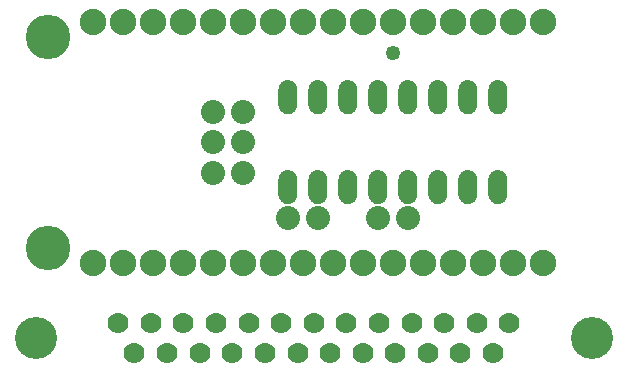
<source format=gbs>
G04 MADE WITH FRITZING*
G04 WWW.FRITZING.ORG*
G04 DOUBLE SIDED*
G04 HOLES PLATED*
G04 CONTOUR ON CENTER OF CONTOUR VECTOR*
%ASAXBY*%
%FSLAX23Y23*%
%MOIN*%
%OFA0B0*%
%SFA1.0B1.0*%
%ADD10C,0.080000*%
%ADD11C,0.062000*%
%ADD12C,0.088000*%
%ADD13C,0.070000*%
%ADD14C,0.140000*%
%ADD15C,0.049370*%
%ADD16C,0.148425*%
%ADD17C,0.076000*%
%ADD18R,0.001000X0.001000*%
%LNMASK0*%
G90*
G70*
G54D10*
X851Y987D03*
X751Y987D03*
X851Y1088D03*
X751Y1088D03*
X851Y1188D03*
X751Y1188D03*
X1101Y837D03*
X1001Y837D03*
X1401Y837D03*
X1301Y837D03*
G54D11*
X1001Y937D03*
X1101Y937D03*
X1201Y937D03*
X1301Y937D03*
X1401Y937D03*
X1501Y937D03*
X1601Y937D03*
X1701Y937D03*
X1701Y1238D03*
X1601Y1238D03*
X1501Y1238D03*
X1401Y1238D03*
X1301Y1238D03*
X1201Y1238D03*
X1101Y1238D03*
X1001Y1238D03*
G54D12*
X351Y1488D03*
X451Y1488D03*
X551Y1488D03*
X651Y1488D03*
X751Y1488D03*
X851Y1488D03*
X951Y1488D03*
X1051Y1488D03*
X1151Y1488D03*
X1251Y1488D03*
X1351Y1488D03*
X1451Y1488D03*
X1551Y1488D03*
X1651Y1488D03*
X1751Y1488D03*
X1851Y1488D03*
X351Y687D03*
X451Y687D03*
X551Y687D03*
X651Y687D03*
X751Y687D03*
X851Y687D03*
X951Y687D03*
X1051Y687D03*
X1151Y687D03*
X1251Y687D03*
X1351Y687D03*
X1451Y687D03*
X1551Y687D03*
X1651Y687D03*
X1751Y687D03*
X1851Y687D03*
G54D13*
X1739Y487D03*
X1630Y487D03*
X1522Y487D03*
X1413Y487D03*
X1304Y487D03*
X1196Y487D03*
X1087Y487D03*
X978Y487D03*
X870Y487D03*
X761Y487D03*
X652Y487D03*
X544Y487D03*
X435Y487D03*
X1685Y387D03*
X1576Y387D03*
X1467Y387D03*
X1359Y387D03*
X1250Y387D03*
X1141Y387D03*
X1033Y387D03*
X924Y387D03*
X815Y387D03*
X707Y387D03*
X598Y387D03*
X489Y387D03*
G54D14*
X2013Y437D03*
X161Y437D03*
G54D15*
X1352Y1387D03*
G54D16*
X201Y737D03*
G54D17*
X1851Y687D03*
X1751Y687D03*
X1651Y687D03*
X1551Y687D03*
X1451Y687D03*
X1351Y687D03*
G54D16*
X201Y1438D03*
G54D17*
X751Y687D03*
X651Y687D03*
X451Y687D03*
X351Y687D03*
X751Y1488D03*
X851Y1488D03*
X951Y1488D03*
X1051Y1488D03*
X1151Y1488D03*
X1251Y1488D03*
X1351Y1488D03*
X1451Y1488D03*
X1551Y1488D03*
X1651Y1488D03*
X1751Y1488D03*
X1851Y1488D03*
G54D18*
X998Y1295D02*
X1004Y1295D01*
X1098Y1295D02*
X1104Y1295D01*
X1198Y1295D02*
X1204Y1295D01*
X1298Y1295D02*
X1304Y1295D01*
X1398Y1295D02*
X1404Y1295D01*
X1498Y1295D02*
X1504Y1295D01*
X1598Y1295D02*
X1604Y1295D01*
X1698Y1295D02*
X1704Y1295D01*
X993Y1294D02*
X1009Y1294D01*
X1093Y1294D02*
X1109Y1294D01*
X1193Y1294D02*
X1209Y1294D01*
X1293Y1294D02*
X1309Y1294D01*
X1393Y1294D02*
X1409Y1294D01*
X1493Y1294D02*
X1509Y1294D01*
X1593Y1294D02*
X1609Y1294D01*
X1693Y1294D02*
X1709Y1294D01*
X990Y1293D02*
X1012Y1293D01*
X1090Y1293D02*
X1112Y1293D01*
X1190Y1293D02*
X1212Y1293D01*
X1290Y1293D02*
X1312Y1293D01*
X1390Y1293D02*
X1412Y1293D01*
X1490Y1293D02*
X1512Y1293D01*
X1590Y1293D02*
X1612Y1293D01*
X1690Y1293D02*
X1712Y1293D01*
X988Y1292D02*
X1014Y1292D01*
X1088Y1292D02*
X1114Y1292D01*
X1188Y1292D02*
X1214Y1292D01*
X1288Y1292D02*
X1314Y1292D01*
X1388Y1292D02*
X1414Y1292D01*
X1488Y1292D02*
X1514Y1292D01*
X1588Y1292D02*
X1614Y1292D01*
X1688Y1292D02*
X1714Y1292D01*
X986Y1291D02*
X1016Y1291D01*
X1086Y1291D02*
X1116Y1291D01*
X1186Y1291D02*
X1216Y1291D01*
X1286Y1291D02*
X1316Y1291D01*
X1386Y1291D02*
X1416Y1291D01*
X1486Y1291D02*
X1516Y1291D01*
X1586Y1291D02*
X1616Y1291D01*
X1686Y1291D02*
X1716Y1291D01*
X984Y1290D02*
X1018Y1290D01*
X1084Y1290D02*
X1118Y1290D01*
X1184Y1290D02*
X1218Y1290D01*
X1284Y1290D02*
X1318Y1290D01*
X1384Y1290D02*
X1418Y1290D01*
X1484Y1290D02*
X1518Y1290D01*
X1584Y1290D02*
X1618Y1290D01*
X1684Y1290D02*
X1718Y1290D01*
X983Y1289D02*
X1019Y1289D01*
X1083Y1289D02*
X1119Y1289D01*
X1183Y1289D02*
X1219Y1289D01*
X1283Y1289D02*
X1319Y1289D01*
X1383Y1289D02*
X1419Y1289D01*
X1483Y1289D02*
X1519Y1289D01*
X1583Y1289D02*
X1619Y1289D01*
X1683Y1289D02*
X1719Y1289D01*
X981Y1288D02*
X1020Y1288D01*
X1081Y1288D02*
X1120Y1288D01*
X1181Y1288D02*
X1220Y1288D01*
X1281Y1288D02*
X1320Y1288D01*
X1381Y1288D02*
X1420Y1288D01*
X1481Y1288D02*
X1520Y1288D01*
X1581Y1288D02*
X1620Y1288D01*
X1681Y1288D02*
X1720Y1288D01*
X980Y1287D02*
X1021Y1287D01*
X1080Y1287D02*
X1121Y1287D01*
X1180Y1287D02*
X1221Y1287D01*
X1280Y1287D02*
X1321Y1287D01*
X1380Y1287D02*
X1421Y1287D01*
X1480Y1287D02*
X1521Y1287D01*
X1580Y1287D02*
X1621Y1287D01*
X1680Y1287D02*
X1721Y1287D01*
X979Y1286D02*
X1022Y1286D01*
X1079Y1286D02*
X1122Y1286D01*
X1179Y1286D02*
X1222Y1286D01*
X1279Y1286D02*
X1322Y1286D01*
X1379Y1286D02*
X1422Y1286D01*
X1479Y1286D02*
X1522Y1286D01*
X1579Y1286D02*
X1622Y1286D01*
X1679Y1286D02*
X1722Y1286D01*
X978Y1285D02*
X1023Y1285D01*
X1078Y1285D02*
X1123Y1285D01*
X1178Y1285D02*
X1223Y1285D01*
X1278Y1285D02*
X1323Y1285D01*
X1378Y1285D02*
X1423Y1285D01*
X1478Y1285D02*
X1523Y1285D01*
X1578Y1285D02*
X1623Y1285D01*
X1678Y1285D02*
X1723Y1285D01*
X977Y1284D02*
X1024Y1284D01*
X1077Y1284D02*
X1124Y1284D01*
X1177Y1284D02*
X1224Y1284D01*
X1277Y1284D02*
X1324Y1284D01*
X1377Y1284D02*
X1424Y1284D01*
X1477Y1284D02*
X1524Y1284D01*
X1577Y1284D02*
X1624Y1284D01*
X1677Y1284D02*
X1724Y1284D01*
X977Y1283D02*
X1025Y1283D01*
X1077Y1283D02*
X1125Y1283D01*
X1177Y1283D02*
X1225Y1283D01*
X1277Y1283D02*
X1325Y1283D01*
X1377Y1283D02*
X1425Y1283D01*
X1477Y1283D02*
X1525Y1283D01*
X1577Y1283D02*
X1625Y1283D01*
X1677Y1283D02*
X1725Y1283D01*
X976Y1282D02*
X1026Y1282D01*
X1076Y1282D02*
X1126Y1282D01*
X1176Y1282D02*
X1226Y1282D01*
X1276Y1282D02*
X1326Y1282D01*
X1376Y1282D02*
X1426Y1282D01*
X1476Y1282D02*
X1526Y1282D01*
X1576Y1282D02*
X1626Y1282D01*
X1676Y1282D02*
X1726Y1282D01*
X975Y1281D02*
X1026Y1281D01*
X1075Y1281D02*
X1126Y1281D01*
X1175Y1281D02*
X1226Y1281D01*
X1275Y1281D02*
X1326Y1281D01*
X1375Y1281D02*
X1426Y1281D01*
X1475Y1281D02*
X1526Y1281D01*
X1575Y1281D02*
X1626Y1281D01*
X1675Y1281D02*
X1726Y1281D01*
X975Y1280D02*
X1027Y1280D01*
X1075Y1280D02*
X1127Y1280D01*
X1175Y1280D02*
X1227Y1280D01*
X1275Y1280D02*
X1327Y1280D01*
X1375Y1280D02*
X1427Y1280D01*
X1475Y1280D02*
X1527Y1280D01*
X1575Y1280D02*
X1627Y1280D01*
X1675Y1280D02*
X1727Y1280D01*
X974Y1279D02*
X1028Y1279D01*
X1074Y1279D02*
X1128Y1279D01*
X1174Y1279D02*
X1228Y1279D01*
X1274Y1279D02*
X1328Y1279D01*
X1374Y1279D02*
X1428Y1279D01*
X1474Y1279D02*
X1528Y1279D01*
X1574Y1279D02*
X1628Y1279D01*
X1674Y1279D02*
X1728Y1279D01*
X974Y1278D02*
X1028Y1278D01*
X1074Y1278D02*
X1128Y1278D01*
X1174Y1278D02*
X1228Y1278D01*
X1274Y1278D02*
X1328Y1278D01*
X1374Y1278D02*
X1428Y1278D01*
X1474Y1278D02*
X1528Y1278D01*
X1574Y1278D02*
X1628Y1278D01*
X1674Y1278D02*
X1728Y1278D01*
X973Y1277D02*
X1029Y1277D01*
X1073Y1277D02*
X1129Y1277D01*
X1173Y1277D02*
X1229Y1277D01*
X1273Y1277D02*
X1329Y1277D01*
X1373Y1277D02*
X1429Y1277D01*
X1473Y1277D02*
X1529Y1277D01*
X1573Y1277D02*
X1629Y1277D01*
X1673Y1277D02*
X1729Y1277D01*
X973Y1276D02*
X1029Y1276D01*
X1073Y1276D02*
X1129Y1276D01*
X1173Y1276D02*
X1229Y1276D01*
X1273Y1276D02*
X1329Y1276D01*
X1373Y1276D02*
X1429Y1276D01*
X1473Y1276D02*
X1529Y1276D01*
X1573Y1276D02*
X1629Y1276D01*
X1673Y1276D02*
X1729Y1276D01*
X972Y1275D02*
X1029Y1275D01*
X1072Y1275D02*
X1129Y1275D01*
X1172Y1275D02*
X1229Y1275D01*
X1272Y1275D02*
X1329Y1275D01*
X1372Y1275D02*
X1429Y1275D01*
X1472Y1275D02*
X1529Y1275D01*
X1572Y1275D02*
X1629Y1275D01*
X1672Y1275D02*
X1729Y1275D01*
X972Y1274D02*
X1030Y1274D01*
X1072Y1274D02*
X1130Y1274D01*
X1172Y1274D02*
X1230Y1274D01*
X1272Y1274D02*
X1330Y1274D01*
X1372Y1274D02*
X1430Y1274D01*
X1472Y1274D02*
X1530Y1274D01*
X1572Y1274D02*
X1630Y1274D01*
X1672Y1274D02*
X1730Y1274D01*
X972Y1273D02*
X1030Y1273D01*
X1072Y1273D02*
X1130Y1273D01*
X1172Y1273D02*
X1230Y1273D01*
X1272Y1273D02*
X1330Y1273D01*
X1372Y1273D02*
X1430Y1273D01*
X1472Y1273D02*
X1530Y1273D01*
X1572Y1273D02*
X1630Y1273D01*
X1672Y1273D02*
X1730Y1273D01*
X971Y1272D02*
X1030Y1272D01*
X1071Y1272D02*
X1130Y1272D01*
X1171Y1272D02*
X1230Y1272D01*
X1271Y1272D02*
X1330Y1272D01*
X1371Y1272D02*
X1430Y1272D01*
X1471Y1272D02*
X1530Y1272D01*
X1571Y1272D02*
X1630Y1272D01*
X1671Y1272D02*
X1730Y1272D01*
X971Y1271D02*
X1031Y1271D01*
X1071Y1271D02*
X1131Y1271D01*
X1171Y1271D02*
X1231Y1271D01*
X1271Y1271D02*
X1331Y1271D01*
X1371Y1271D02*
X1431Y1271D01*
X1471Y1271D02*
X1531Y1271D01*
X1571Y1271D02*
X1631Y1271D01*
X1671Y1271D02*
X1731Y1271D01*
X971Y1270D02*
X1031Y1270D01*
X1071Y1270D02*
X1131Y1270D01*
X1171Y1270D02*
X1231Y1270D01*
X1271Y1270D02*
X1331Y1270D01*
X1371Y1270D02*
X1431Y1270D01*
X1471Y1270D02*
X1531Y1270D01*
X1571Y1270D02*
X1631Y1270D01*
X1671Y1270D02*
X1731Y1270D01*
X971Y1269D02*
X1031Y1269D01*
X1071Y1269D02*
X1131Y1269D01*
X1171Y1269D02*
X1231Y1269D01*
X1271Y1269D02*
X1331Y1269D01*
X1371Y1269D02*
X1431Y1269D01*
X1471Y1269D02*
X1531Y1269D01*
X1571Y1269D02*
X1631Y1269D01*
X1671Y1269D02*
X1731Y1269D01*
X971Y1268D02*
X1031Y1268D01*
X1071Y1268D02*
X1131Y1268D01*
X1171Y1268D02*
X1231Y1268D01*
X1271Y1268D02*
X1331Y1268D01*
X1371Y1268D02*
X1431Y1268D01*
X1471Y1268D02*
X1531Y1268D01*
X1571Y1268D02*
X1631Y1268D01*
X1671Y1268D02*
X1731Y1268D01*
X971Y1267D02*
X1031Y1267D01*
X1071Y1267D02*
X1131Y1267D01*
X1171Y1267D02*
X1231Y1267D01*
X1271Y1267D02*
X1331Y1267D01*
X1371Y1267D02*
X1431Y1267D01*
X1471Y1267D02*
X1531Y1267D01*
X1571Y1267D02*
X1631Y1267D01*
X1671Y1267D02*
X1731Y1267D01*
X970Y1266D02*
X1031Y1266D01*
X1070Y1266D02*
X1131Y1266D01*
X1170Y1266D02*
X1231Y1266D01*
X1270Y1266D02*
X1331Y1266D01*
X1370Y1266D02*
X1431Y1266D01*
X1470Y1266D02*
X1531Y1266D01*
X1570Y1266D02*
X1631Y1266D01*
X1670Y1266D02*
X1731Y1266D01*
X970Y1265D02*
X1031Y1265D01*
X1070Y1265D02*
X1131Y1265D01*
X1170Y1265D02*
X1231Y1265D01*
X1270Y1265D02*
X1331Y1265D01*
X1370Y1265D02*
X1431Y1265D01*
X1470Y1265D02*
X1531Y1265D01*
X1570Y1265D02*
X1631Y1265D01*
X1670Y1265D02*
X1731Y1265D01*
X970Y1264D02*
X1031Y1264D01*
X1070Y1264D02*
X1131Y1264D01*
X1170Y1264D02*
X1231Y1264D01*
X1270Y1264D02*
X1331Y1264D01*
X1370Y1264D02*
X1431Y1264D01*
X1470Y1264D02*
X1531Y1264D01*
X1570Y1264D02*
X1631Y1264D01*
X1670Y1264D02*
X1731Y1264D01*
X970Y1263D02*
X1031Y1263D01*
X1070Y1263D02*
X1131Y1263D01*
X1170Y1263D02*
X1231Y1263D01*
X1270Y1263D02*
X1331Y1263D01*
X1370Y1263D02*
X1431Y1263D01*
X1470Y1263D02*
X1531Y1263D01*
X1570Y1263D02*
X1631Y1263D01*
X1670Y1263D02*
X1731Y1263D01*
X970Y1262D02*
X1031Y1262D01*
X1070Y1262D02*
X1131Y1262D01*
X1170Y1262D02*
X1231Y1262D01*
X1270Y1262D02*
X1331Y1262D01*
X1370Y1262D02*
X1431Y1262D01*
X1470Y1262D02*
X1531Y1262D01*
X1570Y1262D02*
X1631Y1262D01*
X1670Y1262D02*
X1731Y1262D01*
X970Y1261D02*
X1031Y1261D01*
X1070Y1261D02*
X1131Y1261D01*
X1170Y1261D02*
X1231Y1261D01*
X1270Y1261D02*
X1331Y1261D01*
X1370Y1261D02*
X1431Y1261D01*
X1470Y1261D02*
X1531Y1261D01*
X1570Y1261D02*
X1631Y1261D01*
X1670Y1261D02*
X1731Y1261D01*
X970Y1260D02*
X1031Y1260D01*
X1070Y1260D02*
X1131Y1260D01*
X1170Y1260D02*
X1231Y1260D01*
X1270Y1260D02*
X1331Y1260D01*
X1370Y1260D02*
X1431Y1260D01*
X1470Y1260D02*
X1531Y1260D01*
X1570Y1260D02*
X1631Y1260D01*
X1670Y1260D02*
X1731Y1260D01*
X970Y1259D02*
X1031Y1259D01*
X1070Y1259D02*
X1131Y1259D01*
X1170Y1259D02*
X1231Y1259D01*
X1270Y1259D02*
X1331Y1259D01*
X1370Y1259D02*
X1431Y1259D01*
X1470Y1259D02*
X1531Y1259D01*
X1570Y1259D02*
X1631Y1259D01*
X1670Y1259D02*
X1731Y1259D01*
X970Y1258D02*
X1031Y1258D01*
X1070Y1258D02*
X1131Y1258D01*
X1170Y1258D02*
X1231Y1258D01*
X1270Y1258D02*
X1331Y1258D01*
X1370Y1258D02*
X1431Y1258D01*
X1470Y1258D02*
X1531Y1258D01*
X1570Y1258D02*
X1631Y1258D01*
X1670Y1258D02*
X1731Y1258D01*
X970Y1257D02*
X1031Y1257D01*
X1070Y1257D02*
X1131Y1257D01*
X1170Y1257D02*
X1231Y1257D01*
X1270Y1257D02*
X1331Y1257D01*
X1370Y1257D02*
X1431Y1257D01*
X1470Y1257D02*
X1531Y1257D01*
X1570Y1257D02*
X1631Y1257D01*
X1670Y1257D02*
X1731Y1257D01*
X970Y1256D02*
X1031Y1256D01*
X1070Y1256D02*
X1131Y1256D01*
X1170Y1256D02*
X1231Y1256D01*
X1270Y1256D02*
X1331Y1256D01*
X1370Y1256D02*
X1431Y1256D01*
X1470Y1256D02*
X1531Y1256D01*
X1570Y1256D02*
X1631Y1256D01*
X1670Y1256D02*
X1731Y1256D01*
X970Y1255D02*
X1031Y1255D01*
X1070Y1255D02*
X1131Y1255D01*
X1170Y1255D02*
X1231Y1255D01*
X1270Y1255D02*
X1331Y1255D01*
X1370Y1255D02*
X1431Y1255D01*
X1470Y1255D02*
X1531Y1255D01*
X1570Y1255D02*
X1631Y1255D01*
X1670Y1255D02*
X1731Y1255D01*
X970Y1254D02*
X1031Y1254D01*
X1070Y1254D02*
X1131Y1254D01*
X1170Y1254D02*
X1231Y1254D01*
X1270Y1254D02*
X1331Y1254D01*
X1370Y1254D02*
X1431Y1254D01*
X1470Y1254D02*
X1531Y1254D01*
X1570Y1254D02*
X1631Y1254D01*
X1670Y1254D02*
X1731Y1254D01*
X970Y1253D02*
X1031Y1253D01*
X1070Y1253D02*
X1131Y1253D01*
X1170Y1253D02*
X1231Y1253D01*
X1270Y1253D02*
X1331Y1253D01*
X1370Y1253D02*
X1431Y1253D01*
X1470Y1253D02*
X1531Y1253D01*
X1570Y1253D02*
X1631Y1253D01*
X1670Y1253D02*
X1731Y1253D01*
X970Y1252D02*
X1031Y1252D01*
X1070Y1252D02*
X1131Y1252D01*
X1170Y1252D02*
X1231Y1252D01*
X1270Y1252D02*
X1331Y1252D01*
X1370Y1252D02*
X1431Y1252D01*
X1470Y1252D02*
X1531Y1252D01*
X1570Y1252D02*
X1631Y1252D01*
X1670Y1252D02*
X1731Y1252D01*
X970Y1251D02*
X1031Y1251D01*
X1070Y1251D02*
X1131Y1251D01*
X1170Y1251D02*
X1231Y1251D01*
X1270Y1251D02*
X1331Y1251D01*
X1370Y1251D02*
X1431Y1251D01*
X1470Y1251D02*
X1531Y1251D01*
X1570Y1251D02*
X1631Y1251D01*
X1670Y1251D02*
X1731Y1251D01*
X970Y1250D02*
X1031Y1250D01*
X1070Y1250D02*
X1131Y1250D01*
X1170Y1250D02*
X1231Y1250D01*
X1270Y1250D02*
X1331Y1250D01*
X1370Y1250D02*
X1431Y1250D01*
X1470Y1250D02*
X1531Y1250D01*
X1570Y1250D02*
X1631Y1250D01*
X1670Y1250D02*
X1731Y1250D01*
X970Y1249D02*
X998Y1249D01*
X1004Y1249D02*
X1031Y1249D01*
X1070Y1249D02*
X1098Y1249D01*
X1104Y1249D02*
X1131Y1249D01*
X1170Y1249D02*
X1198Y1249D01*
X1204Y1249D02*
X1231Y1249D01*
X1270Y1249D02*
X1298Y1249D01*
X1304Y1249D02*
X1331Y1249D01*
X1370Y1249D02*
X1398Y1249D01*
X1404Y1249D02*
X1431Y1249D01*
X1470Y1249D02*
X1498Y1249D01*
X1504Y1249D02*
X1531Y1249D01*
X1570Y1249D02*
X1598Y1249D01*
X1604Y1249D02*
X1631Y1249D01*
X1670Y1249D02*
X1698Y1249D01*
X1704Y1249D02*
X1731Y1249D01*
X970Y1248D02*
X995Y1248D01*
X1007Y1248D02*
X1031Y1248D01*
X1070Y1248D02*
X1095Y1248D01*
X1107Y1248D02*
X1131Y1248D01*
X1170Y1248D02*
X1195Y1248D01*
X1207Y1248D02*
X1231Y1248D01*
X1270Y1248D02*
X1295Y1248D01*
X1307Y1248D02*
X1331Y1248D01*
X1370Y1248D02*
X1395Y1248D01*
X1407Y1248D02*
X1431Y1248D01*
X1470Y1248D02*
X1495Y1248D01*
X1507Y1248D02*
X1531Y1248D01*
X1570Y1248D02*
X1595Y1248D01*
X1607Y1248D02*
X1631Y1248D01*
X1670Y1248D02*
X1695Y1248D01*
X1707Y1248D02*
X1731Y1248D01*
X970Y1247D02*
X994Y1247D01*
X1008Y1247D02*
X1031Y1247D01*
X1070Y1247D02*
X1094Y1247D01*
X1108Y1247D02*
X1131Y1247D01*
X1170Y1247D02*
X1194Y1247D01*
X1208Y1247D02*
X1231Y1247D01*
X1270Y1247D02*
X1294Y1247D01*
X1308Y1247D02*
X1331Y1247D01*
X1370Y1247D02*
X1394Y1247D01*
X1408Y1247D02*
X1431Y1247D01*
X1470Y1247D02*
X1494Y1247D01*
X1508Y1247D02*
X1531Y1247D01*
X1570Y1247D02*
X1594Y1247D01*
X1608Y1247D02*
X1631Y1247D01*
X1670Y1247D02*
X1694Y1247D01*
X1708Y1247D02*
X1731Y1247D01*
X970Y1246D02*
X993Y1246D01*
X1009Y1246D02*
X1031Y1246D01*
X1070Y1246D02*
X1093Y1246D01*
X1109Y1246D02*
X1131Y1246D01*
X1170Y1246D02*
X1193Y1246D01*
X1209Y1246D02*
X1231Y1246D01*
X1270Y1246D02*
X1293Y1246D01*
X1309Y1246D02*
X1331Y1246D01*
X1370Y1246D02*
X1393Y1246D01*
X1409Y1246D02*
X1431Y1246D01*
X1470Y1246D02*
X1493Y1246D01*
X1509Y1246D02*
X1531Y1246D01*
X1570Y1246D02*
X1593Y1246D01*
X1609Y1246D02*
X1631Y1246D01*
X1670Y1246D02*
X1693Y1246D01*
X1709Y1246D02*
X1731Y1246D01*
X970Y1245D02*
X992Y1245D01*
X1010Y1245D02*
X1031Y1245D01*
X1070Y1245D02*
X1092Y1245D01*
X1110Y1245D02*
X1131Y1245D01*
X1170Y1245D02*
X1192Y1245D01*
X1210Y1245D02*
X1231Y1245D01*
X1270Y1245D02*
X1292Y1245D01*
X1310Y1245D02*
X1331Y1245D01*
X1370Y1245D02*
X1392Y1245D01*
X1410Y1245D02*
X1431Y1245D01*
X1470Y1245D02*
X1492Y1245D01*
X1510Y1245D02*
X1531Y1245D01*
X1570Y1245D02*
X1592Y1245D01*
X1610Y1245D02*
X1631Y1245D01*
X1670Y1245D02*
X1692Y1245D01*
X1710Y1245D02*
X1731Y1245D01*
X970Y1244D02*
X991Y1244D01*
X1011Y1244D02*
X1031Y1244D01*
X1070Y1244D02*
X1091Y1244D01*
X1111Y1244D02*
X1131Y1244D01*
X1170Y1244D02*
X1191Y1244D01*
X1211Y1244D02*
X1231Y1244D01*
X1270Y1244D02*
X1291Y1244D01*
X1311Y1244D02*
X1331Y1244D01*
X1370Y1244D02*
X1391Y1244D01*
X1411Y1244D02*
X1431Y1244D01*
X1470Y1244D02*
X1491Y1244D01*
X1511Y1244D02*
X1531Y1244D01*
X1570Y1244D02*
X1591Y1244D01*
X1611Y1244D02*
X1631Y1244D01*
X1670Y1244D02*
X1691Y1244D01*
X1711Y1244D02*
X1731Y1244D01*
X970Y1243D02*
X990Y1243D01*
X1011Y1243D02*
X1031Y1243D01*
X1070Y1243D02*
X1090Y1243D01*
X1111Y1243D02*
X1131Y1243D01*
X1170Y1243D02*
X1190Y1243D01*
X1211Y1243D02*
X1231Y1243D01*
X1270Y1243D02*
X1290Y1243D01*
X1311Y1243D02*
X1331Y1243D01*
X1370Y1243D02*
X1390Y1243D01*
X1411Y1243D02*
X1431Y1243D01*
X1470Y1243D02*
X1490Y1243D01*
X1511Y1243D02*
X1531Y1243D01*
X1570Y1243D02*
X1590Y1243D01*
X1611Y1243D02*
X1631Y1243D01*
X1670Y1243D02*
X1690Y1243D01*
X1711Y1243D02*
X1731Y1243D01*
X970Y1242D02*
X990Y1242D01*
X1012Y1242D02*
X1031Y1242D01*
X1070Y1242D02*
X1090Y1242D01*
X1112Y1242D02*
X1131Y1242D01*
X1170Y1242D02*
X1190Y1242D01*
X1212Y1242D02*
X1231Y1242D01*
X1270Y1242D02*
X1290Y1242D01*
X1312Y1242D02*
X1331Y1242D01*
X1370Y1242D02*
X1390Y1242D01*
X1412Y1242D02*
X1431Y1242D01*
X1470Y1242D02*
X1490Y1242D01*
X1512Y1242D02*
X1531Y1242D01*
X1570Y1242D02*
X1590Y1242D01*
X1612Y1242D02*
X1631Y1242D01*
X1670Y1242D02*
X1690Y1242D01*
X1712Y1242D02*
X1731Y1242D01*
X970Y1241D02*
X990Y1241D01*
X1012Y1241D02*
X1031Y1241D01*
X1070Y1241D02*
X1090Y1241D01*
X1112Y1241D02*
X1131Y1241D01*
X1170Y1241D02*
X1190Y1241D01*
X1212Y1241D02*
X1231Y1241D01*
X1270Y1241D02*
X1290Y1241D01*
X1312Y1241D02*
X1331Y1241D01*
X1370Y1241D02*
X1390Y1241D01*
X1412Y1241D02*
X1431Y1241D01*
X1470Y1241D02*
X1490Y1241D01*
X1512Y1241D02*
X1531Y1241D01*
X1570Y1241D02*
X1590Y1241D01*
X1612Y1241D02*
X1631Y1241D01*
X1670Y1241D02*
X1690Y1241D01*
X1712Y1241D02*
X1731Y1241D01*
X970Y1240D02*
X990Y1240D01*
X1012Y1240D02*
X1031Y1240D01*
X1070Y1240D02*
X1090Y1240D01*
X1112Y1240D02*
X1131Y1240D01*
X1170Y1240D02*
X1190Y1240D01*
X1212Y1240D02*
X1231Y1240D01*
X1270Y1240D02*
X1290Y1240D01*
X1312Y1240D02*
X1331Y1240D01*
X1370Y1240D02*
X1390Y1240D01*
X1412Y1240D02*
X1431Y1240D01*
X1470Y1240D02*
X1489Y1240D01*
X1512Y1240D02*
X1531Y1240D01*
X1570Y1240D02*
X1589Y1240D01*
X1612Y1240D02*
X1631Y1240D01*
X1670Y1240D02*
X1689Y1240D01*
X1712Y1240D02*
X1731Y1240D01*
X970Y1239D02*
X989Y1239D01*
X1012Y1239D02*
X1031Y1239D01*
X1070Y1239D02*
X1089Y1239D01*
X1112Y1239D02*
X1131Y1239D01*
X1170Y1239D02*
X1189Y1239D01*
X1212Y1239D02*
X1231Y1239D01*
X1270Y1239D02*
X1289Y1239D01*
X1312Y1239D02*
X1331Y1239D01*
X1370Y1239D02*
X1389Y1239D01*
X1412Y1239D02*
X1431Y1239D01*
X1470Y1239D02*
X1489Y1239D01*
X1512Y1239D02*
X1531Y1239D01*
X1570Y1239D02*
X1589Y1239D01*
X1612Y1239D02*
X1631Y1239D01*
X1670Y1239D02*
X1689Y1239D01*
X1712Y1239D02*
X1731Y1239D01*
X970Y1238D02*
X989Y1238D01*
X1012Y1238D02*
X1031Y1238D01*
X1070Y1238D02*
X1089Y1238D01*
X1112Y1238D02*
X1131Y1238D01*
X1170Y1238D02*
X1189Y1238D01*
X1212Y1238D02*
X1231Y1238D01*
X1270Y1238D02*
X1289Y1238D01*
X1312Y1238D02*
X1331Y1238D01*
X1370Y1238D02*
X1389Y1238D01*
X1412Y1238D02*
X1431Y1238D01*
X1470Y1238D02*
X1489Y1238D01*
X1512Y1238D02*
X1531Y1238D01*
X1570Y1238D02*
X1589Y1238D01*
X1612Y1238D02*
X1631Y1238D01*
X1670Y1238D02*
X1689Y1238D01*
X1712Y1238D02*
X1731Y1238D01*
X970Y1237D02*
X989Y1237D01*
X1012Y1237D02*
X1031Y1237D01*
X1070Y1237D02*
X1089Y1237D01*
X1112Y1237D02*
X1131Y1237D01*
X1170Y1237D02*
X1189Y1237D01*
X1212Y1237D02*
X1231Y1237D01*
X1270Y1237D02*
X1289Y1237D01*
X1312Y1237D02*
X1331Y1237D01*
X1370Y1237D02*
X1389Y1237D01*
X1412Y1237D02*
X1431Y1237D01*
X1470Y1237D02*
X1489Y1237D01*
X1512Y1237D02*
X1531Y1237D01*
X1570Y1237D02*
X1589Y1237D01*
X1612Y1237D02*
X1631Y1237D01*
X1670Y1237D02*
X1689Y1237D01*
X1712Y1237D02*
X1731Y1237D01*
X970Y1236D02*
X990Y1236D01*
X1012Y1236D02*
X1031Y1236D01*
X1070Y1236D02*
X1090Y1236D01*
X1112Y1236D02*
X1131Y1236D01*
X1170Y1236D02*
X1190Y1236D01*
X1212Y1236D02*
X1231Y1236D01*
X1270Y1236D02*
X1290Y1236D01*
X1312Y1236D02*
X1331Y1236D01*
X1370Y1236D02*
X1390Y1236D01*
X1412Y1236D02*
X1431Y1236D01*
X1470Y1236D02*
X1490Y1236D01*
X1512Y1236D02*
X1531Y1236D01*
X1570Y1236D02*
X1590Y1236D01*
X1612Y1236D02*
X1631Y1236D01*
X1670Y1236D02*
X1690Y1236D01*
X1712Y1236D02*
X1731Y1236D01*
X970Y1235D02*
X990Y1235D01*
X1012Y1235D02*
X1031Y1235D01*
X1070Y1235D02*
X1090Y1235D01*
X1112Y1235D02*
X1131Y1235D01*
X1170Y1235D02*
X1190Y1235D01*
X1212Y1235D02*
X1231Y1235D01*
X1270Y1235D02*
X1290Y1235D01*
X1312Y1235D02*
X1331Y1235D01*
X1370Y1235D02*
X1390Y1235D01*
X1412Y1235D02*
X1431Y1235D01*
X1470Y1235D02*
X1490Y1235D01*
X1512Y1235D02*
X1531Y1235D01*
X1570Y1235D02*
X1590Y1235D01*
X1612Y1235D02*
X1631Y1235D01*
X1670Y1235D02*
X1690Y1235D01*
X1712Y1235D02*
X1731Y1235D01*
X970Y1234D02*
X990Y1234D01*
X1012Y1234D02*
X1031Y1234D01*
X1070Y1234D02*
X1090Y1234D01*
X1112Y1234D02*
X1131Y1234D01*
X1170Y1234D02*
X1190Y1234D01*
X1212Y1234D02*
X1231Y1234D01*
X1270Y1234D02*
X1290Y1234D01*
X1312Y1234D02*
X1331Y1234D01*
X1370Y1234D02*
X1390Y1234D01*
X1412Y1234D02*
X1431Y1234D01*
X1470Y1234D02*
X1490Y1234D01*
X1512Y1234D02*
X1531Y1234D01*
X1570Y1234D02*
X1590Y1234D01*
X1612Y1234D02*
X1631Y1234D01*
X1670Y1234D02*
X1690Y1234D01*
X1712Y1234D02*
X1731Y1234D01*
X970Y1233D02*
X991Y1233D01*
X1011Y1233D02*
X1031Y1233D01*
X1070Y1233D02*
X1091Y1233D01*
X1111Y1233D02*
X1131Y1233D01*
X1170Y1233D02*
X1191Y1233D01*
X1211Y1233D02*
X1231Y1233D01*
X1270Y1233D02*
X1291Y1233D01*
X1311Y1233D02*
X1331Y1233D01*
X1370Y1233D02*
X1391Y1233D01*
X1411Y1233D02*
X1431Y1233D01*
X1470Y1233D02*
X1491Y1233D01*
X1511Y1233D02*
X1531Y1233D01*
X1570Y1233D02*
X1591Y1233D01*
X1611Y1233D02*
X1631Y1233D01*
X1670Y1233D02*
X1691Y1233D01*
X1711Y1233D02*
X1731Y1233D01*
X970Y1232D02*
X991Y1232D01*
X1010Y1232D02*
X1031Y1232D01*
X1070Y1232D02*
X1091Y1232D01*
X1110Y1232D02*
X1131Y1232D01*
X1170Y1232D02*
X1191Y1232D01*
X1210Y1232D02*
X1231Y1232D01*
X1270Y1232D02*
X1291Y1232D01*
X1310Y1232D02*
X1331Y1232D01*
X1370Y1232D02*
X1391Y1232D01*
X1410Y1232D02*
X1431Y1232D01*
X1470Y1232D02*
X1491Y1232D01*
X1510Y1232D02*
X1531Y1232D01*
X1570Y1232D02*
X1591Y1232D01*
X1610Y1232D02*
X1631Y1232D01*
X1670Y1232D02*
X1691Y1232D01*
X1710Y1232D02*
X1731Y1232D01*
X970Y1231D02*
X992Y1231D01*
X1010Y1231D02*
X1031Y1231D01*
X1070Y1231D02*
X1092Y1231D01*
X1110Y1231D02*
X1131Y1231D01*
X1170Y1231D02*
X1192Y1231D01*
X1210Y1231D02*
X1231Y1231D01*
X1270Y1231D02*
X1292Y1231D01*
X1310Y1231D02*
X1331Y1231D01*
X1370Y1231D02*
X1392Y1231D01*
X1410Y1231D02*
X1431Y1231D01*
X1470Y1231D02*
X1492Y1231D01*
X1510Y1231D02*
X1531Y1231D01*
X1570Y1231D02*
X1592Y1231D01*
X1610Y1231D02*
X1631Y1231D01*
X1670Y1231D02*
X1692Y1231D01*
X1710Y1231D02*
X1731Y1231D01*
X970Y1230D02*
X993Y1230D01*
X1009Y1230D02*
X1031Y1230D01*
X1070Y1230D02*
X1093Y1230D01*
X1109Y1230D02*
X1131Y1230D01*
X1170Y1230D02*
X1193Y1230D01*
X1209Y1230D02*
X1231Y1230D01*
X1270Y1230D02*
X1293Y1230D01*
X1309Y1230D02*
X1331Y1230D01*
X1370Y1230D02*
X1393Y1230D01*
X1408Y1230D02*
X1431Y1230D01*
X1470Y1230D02*
X1493Y1230D01*
X1508Y1230D02*
X1531Y1230D01*
X1570Y1230D02*
X1593Y1230D01*
X1608Y1230D02*
X1631Y1230D01*
X1670Y1230D02*
X1693Y1230D01*
X1708Y1230D02*
X1731Y1230D01*
X970Y1229D02*
X994Y1229D01*
X1007Y1229D02*
X1031Y1229D01*
X1070Y1229D02*
X1094Y1229D01*
X1107Y1229D02*
X1131Y1229D01*
X1170Y1229D02*
X1194Y1229D01*
X1207Y1229D02*
X1231Y1229D01*
X1270Y1229D02*
X1294Y1229D01*
X1307Y1229D02*
X1331Y1229D01*
X1370Y1229D02*
X1394Y1229D01*
X1407Y1229D02*
X1431Y1229D01*
X1470Y1229D02*
X1494Y1229D01*
X1507Y1229D02*
X1531Y1229D01*
X1570Y1229D02*
X1594Y1229D01*
X1607Y1229D02*
X1631Y1229D01*
X1670Y1229D02*
X1694Y1229D01*
X1707Y1229D02*
X1731Y1229D01*
X970Y1228D02*
X996Y1228D01*
X1005Y1228D02*
X1031Y1228D01*
X1070Y1228D02*
X1096Y1228D01*
X1105Y1228D02*
X1131Y1228D01*
X1170Y1228D02*
X1196Y1228D01*
X1205Y1228D02*
X1231Y1228D01*
X1270Y1228D02*
X1296Y1228D01*
X1305Y1228D02*
X1331Y1228D01*
X1370Y1228D02*
X1396Y1228D01*
X1405Y1228D02*
X1431Y1228D01*
X1470Y1228D02*
X1496Y1228D01*
X1505Y1228D02*
X1531Y1228D01*
X1570Y1228D02*
X1596Y1228D01*
X1605Y1228D02*
X1631Y1228D01*
X1670Y1228D02*
X1696Y1228D01*
X1705Y1228D02*
X1731Y1228D01*
X970Y1227D02*
X1031Y1227D01*
X1070Y1227D02*
X1131Y1227D01*
X1170Y1227D02*
X1231Y1227D01*
X1270Y1227D02*
X1331Y1227D01*
X1370Y1227D02*
X1431Y1227D01*
X1470Y1227D02*
X1531Y1227D01*
X1570Y1227D02*
X1631Y1227D01*
X1670Y1227D02*
X1731Y1227D01*
X970Y1226D02*
X1031Y1226D01*
X1070Y1226D02*
X1131Y1226D01*
X1170Y1226D02*
X1231Y1226D01*
X1270Y1226D02*
X1331Y1226D01*
X1370Y1226D02*
X1431Y1226D01*
X1470Y1226D02*
X1531Y1226D01*
X1570Y1226D02*
X1631Y1226D01*
X1670Y1226D02*
X1731Y1226D01*
X970Y1225D02*
X1031Y1225D01*
X1070Y1225D02*
X1131Y1225D01*
X1170Y1225D02*
X1231Y1225D01*
X1270Y1225D02*
X1331Y1225D01*
X1370Y1225D02*
X1431Y1225D01*
X1470Y1225D02*
X1531Y1225D01*
X1570Y1225D02*
X1631Y1225D01*
X1670Y1225D02*
X1731Y1225D01*
X970Y1224D02*
X1031Y1224D01*
X1070Y1224D02*
X1131Y1224D01*
X1170Y1224D02*
X1231Y1224D01*
X1270Y1224D02*
X1331Y1224D01*
X1370Y1224D02*
X1431Y1224D01*
X1470Y1224D02*
X1531Y1224D01*
X1570Y1224D02*
X1631Y1224D01*
X1670Y1224D02*
X1731Y1224D01*
X970Y1223D02*
X1031Y1223D01*
X1070Y1223D02*
X1131Y1223D01*
X1170Y1223D02*
X1231Y1223D01*
X1270Y1223D02*
X1331Y1223D01*
X1370Y1223D02*
X1431Y1223D01*
X1470Y1223D02*
X1531Y1223D01*
X1570Y1223D02*
X1631Y1223D01*
X1670Y1223D02*
X1731Y1223D01*
X970Y1222D02*
X1031Y1222D01*
X1070Y1222D02*
X1131Y1222D01*
X1170Y1222D02*
X1231Y1222D01*
X1270Y1222D02*
X1331Y1222D01*
X1370Y1222D02*
X1431Y1222D01*
X1470Y1222D02*
X1531Y1222D01*
X1570Y1222D02*
X1631Y1222D01*
X1670Y1222D02*
X1731Y1222D01*
X970Y1221D02*
X1031Y1221D01*
X1070Y1221D02*
X1131Y1221D01*
X1170Y1221D02*
X1231Y1221D01*
X1270Y1221D02*
X1331Y1221D01*
X1370Y1221D02*
X1431Y1221D01*
X1470Y1221D02*
X1531Y1221D01*
X1570Y1221D02*
X1631Y1221D01*
X1670Y1221D02*
X1731Y1221D01*
X970Y1220D02*
X1031Y1220D01*
X1070Y1220D02*
X1131Y1220D01*
X1170Y1220D02*
X1231Y1220D01*
X1270Y1220D02*
X1331Y1220D01*
X1370Y1220D02*
X1431Y1220D01*
X1470Y1220D02*
X1531Y1220D01*
X1570Y1220D02*
X1631Y1220D01*
X1670Y1220D02*
X1731Y1220D01*
X970Y1219D02*
X1031Y1219D01*
X1070Y1219D02*
X1131Y1219D01*
X1170Y1219D02*
X1231Y1219D01*
X1270Y1219D02*
X1331Y1219D01*
X1370Y1219D02*
X1431Y1219D01*
X1470Y1219D02*
X1531Y1219D01*
X1570Y1219D02*
X1631Y1219D01*
X1670Y1219D02*
X1731Y1219D01*
X970Y1218D02*
X1031Y1218D01*
X1070Y1218D02*
X1131Y1218D01*
X1170Y1218D02*
X1231Y1218D01*
X1270Y1218D02*
X1331Y1218D01*
X1370Y1218D02*
X1431Y1218D01*
X1470Y1218D02*
X1531Y1218D01*
X1570Y1218D02*
X1631Y1218D01*
X1670Y1218D02*
X1731Y1218D01*
X970Y1217D02*
X1031Y1217D01*
X1070Y1217D02*
X1131Y1217D01*
X1170Y1217D02*
X1231Y1217D01*
X1270Y1217D02*
X1331Y1217D01*
X1370Y1217D02*
X1431Y1217D01*
X1470Y1217D02*
X1531Y1217D01*
X1570Y1217D02*
X1631Y1217D01*
X1670Y1217D02*
X1731Y1217D01*
X970Y1216D02*
X1031Y1216D01*
X1070Y1216D02*
X1131Y1216D01*
X1170Y1216D02*
X1231Y1216D01*
X1270Y1216D02*
X1331Y1216D01*
X1370Y1216D02*
X1431Y1216D01*
X1470Y1216D02*
X1531Y1216D01*
X1570Y1216D02*
X1631Y1216D01*
X1670Y1216D02*
X1731Y1216D01*
X970Y1215D02*
X1031Y1215D01*
X1070Y1215D02*
X1131Y1215D01*
X1170Y1215D02*
X1231Y1215D01*
X1270Y1215D02*
X1331Y1215D01*
X1370Y1215D02*
X1431Y1215D01*
X1470Y1215D02*
X1531Y1215D01*
X1570Y1215D02*
X1631Y1215D01*
X1670Y1215D02*
X1731Y1215D01*
X970Y1214D02*
X1031Y1214D01*
X1070Y1214D02*
X1131Y1214D01*
X1170Y1214D02*
X1231Y1214D01*
X1270Y1214D02*
X1331Y1214D01*
X1370Y1214D02*
X1431Y1214D01*
X1470Y1214D02*
X1531Y1214D01*
X1570Y1214D02*
X1631Y1214D01*
X1670Y1214D02*
X1731Y1214D01*
X970Y1213D02*
X1031Y1213D01*
X1070Y1213D02*
X1131Y1213D01*
X1170Y1213D02*
X1231Y1213D01*
X1270Y1213D02*
X1331Y1213D01*
X1370Y1213D02*
X1431Y1213D01*
X1470Y1213D02*
X1531Y1213D01*
X1570Y1213D02*
X1631Y1213D01*
X1670Y1213D02*
X1731Y1213D01*
X970Y1212D02*
X1031Y1212D01*
X1070Y1212D02*
X1131Y1212D01*
X1170Y1212D02*
X1231Y1212D01*
X1270Y1212D02*
X1331Y1212D01*
X1370Y1212D02*
X1431Y1212D01*
X1470Y1212D02*
X1531Y1212D01*
X1570Y1212D02*
X1631Y1212D01*
X1670Y1212D02*
X1731Y1212D01*
X970Y1211D02*
X1031Y1211D01*
X1070Y1211D02*
X1131Y1211D01*
X1170Y1211D02*
X1231Y1211D01*
X1270Y1211D02*
X1331Y1211D01*
X1370Y1211D02*
X1431Y1211D01*
X1470Y1211D02*
X1531Y1211D01*
X1570Y1211D02*
X1631Y1211D01*
X1670Y1211D02*
X1731Y1211D01*
X971Y1210D02*
X1031Y1210D01*
X1071Y1210D02*
X1131Y1210D01*
X1171Y1210D02*
X1231Y1210D01*
X1271Y1210D02*
X1331Y1210D01*
X1371Y1210D02*
X1431Y1210D01*
X1470Y1210D02*
X1531Y1210D01*
X1570Y1210D02*
X1631Y1210D01*
X1670Y1210D02*
X1731Y1210D01*
X971Y1209D02*
X1031Y1209D01*
X1071Y1209D02*
X1131Y1209D01*
X1171Y1209D02*
X1231Y1209D01*
X1271Y1209D02*
X1331Y1209D01*
X1371Y1209D02*
X1431Y1209D01*
X1471Y1209D02*
X1531Y1209D01*
X1571Y1209D02*
X1631Y1209D01*
X1671Y1209D02*
X1731Y1209D01*
X971Y1208D02*
X1031Y1208D01*
X1071Y1208D02*
X1131Y1208D01*
X1171Y1208D02*
X1231Y1208D01*
X1271Y1208D02*
X1331Y1208D01*
X1371Y1208D02*
X1431Y1208D01*
X1471Y1208D02*
X1531Y1208D01*
X1571Y1208D02*
X1631Y1208D01*
X1671Y1208D02*
X1731Y1208D01*
X971Y1207D02*
X1031Y1207D01*
X1071Y1207D02*
X1131Y1207D01*
X1171Y1207D02*
X1231Y1207D01*
X1271Y1207D02*
X1331Y1207D01*
X1371Y1207D02*
X1431Y1207D01*
X1471Y1207D02*
X1531Y1207D01*
X1571Y1207D02*
X1631Y1207D01*
X1671Y1207D02*
X1731Y1207D01*
X971Y1206D02*
X1031Y1206D01*
X1071Y1206D02*
X1131Y1206D01*
X1171Y1206D02*
X1231Y1206D01*
X1271Y1206D02*
X1331Y1206D01*
X1371Y1206D02*
X1431Y1206D01*
X1471Y1206D02*
X1531Y1206D01*
X1571Y1206D02*
X1631Y1206D01*
X1671Y1206D02*
X1731Y1206D01*
X971Y1205D02*
X1030Y1205D01*
X1071Y1205D02*
X1130Y1205D01*
X1171Y1205D02*
X1230Y1205D01*
X1271Y1205D02*
X1330Y1205D01*
X1371Y1205D02*
X1430Y1205D01*
X1471Y1205D02*
X1530Y1205D01*
X1571Y1205D02*
X1630Y1205D01*
X1671Y1205D02*
X1730Y1205D01*
X972Y1204D02*
X1030Y1204D01*
X1072Y1204D02*
X1130Y1204D01*
X1172Y1204D02*
X1230Y1204D01*
X1272Y1204D02*
X1330Y1204D01*
X1372Y1204D02*
X1430Y1204D01*
X1472Y1204D02*
X1530Y1204D01*
X1572Y1204D02*
X1630Y1204D01*
X1672Y1204D02*
X1730Y1204D01*
X972Y1203D02*
X1030Y1203D01*
X1072Y1203D02*
X1130Y1203D01*
X1172Y1203D02*
X1230Y1203D01*
X1272Y1203D02*
X1330Y1203D01*
X1372Y1203D02*
X1430Y1203D01*
X1472Y1203D02*
X1530Y1203D01*
X1572Y1203D02*
X1630Y1203D01*
X1672Y1203D02*
X1730Y1203D01*
X972Y1202D02*
X1029Y1202D01*
X1072Y1202D02*
X1129Y1202D01*
X1172Y1202D02*
X1229Y1202D01*
X1272Y1202D02*
X1329Y1202D01*
X1372Y1202D02*
X1429Y1202D01*
X1472Y1202D02*
X1529Y1202D01*
X1572Y1202D02*
X1629Y1202D01*
X1672Y1202D02*
X1729Y1202D01*
X973Y1201D02*
X1029Y1201D01*
X1073Y1201D02*
X1129Y1201D01*
X1173Y1201D02*
X1229Y1201D01*
X1273Y1201D02*
X1329Y1201D01*
X1373Y1201D02*
X1429Y1201D01*
X1473Y1201D02*
X1529Y1201D01*
X1573Y1201D02*
X1629Y1201D01*
X1673Y1201D02*
X1729Y1201D01*
X973Y1200D02*
X1029Y1200D01*
X1073Y1200D02*
X1129Y1200D01*
X1173Y1200D02*
X1229Y1200D01*
X1273Y1200D02*
X1329Y1200D01*
X1373Y1200D02*
X1429Y1200D01*
X1473Y1200D02*
X1529Y1200D01*
X1573Y1200D02*
X1629Y1200D01*
X1673Y1200D02*
X1729Y1200D01*
X974Y1199D02*
X1028Y1199D01*
X1074Y1199D02*
X1128Y1199D01*
X1174Y1199D02*
X1228Y1199D01*
X1274Y1199D02*
X1328Y1199D01*
X1374Y1199D02*
X1428Y1199D01*
X1474Y1199D02*
X1528Y1199D01*
X1574Y1199D02*
X1628Y1199D01*
X1674Y1199D02*
X1728Y1199D01*
X974Y1198D02*
X1028Y1198D01*
X1074Y1198D02*
X1128Y1198D01*
X1174Y1198D02*
X1228Y1198D01*
X1274Y1198D02*
X1328Y1198D01*
X1374Y1198D02*
X1428Y1198D01*
X1474Y1198D02*
X1528Y1198D01*
X1574Y1198D02*
X1628Y1198D01*
X1674Y1198D02*
X1728Y1198D01*
X975Y1197D02*
X1027Y1197D01*
X1075Y1197D02*
X1127Y1197D01*
X1175Y1197D02*
X1227Y1197D01*
X1275Y1197D02*
X1327Y1197D01*
X1375Y1197D02*
X1427Y1197D01*
X1475Y1197D02*
X1527Y1197D01*
X1575Y1197D02*
X1627Y1197D01*
X1675Y1197D02*
X1727Y1197D01*
X975Y1196D02*
X1027Y1196D01*
X1075Y1196D02*
X1127Y1196D01*
X1175Y1196D02*
X1227Y1196D01*
X1275Y1196D02*
X1327Y1196D01*
X1375Y1196D02*
X1427Y1196D01*
X1475Y1196D02*
X1527Y1196D01*
X1575Y1196D02*
X1627Y1196D01*
X1675Y1196D02*
X1727Y1196D01*
X976Y1195D02*
X1026Y1195D01*
X1076Y1195D02*
X1126Y1195D01*
X1176Y1195D02*
X1226Y1195D01*
X1276Y1195D02*
X1326Y1195D01*
X1376Y1195D02*
X1426Y1195D01*
X1476Y1195D02*
X1526Y1195D01*
X1576Y1195D02*
X1626Y1195D01*
X1676Y1195D02*
X1726Y1195D01*
X976Y1194D02*
X1025Y1194D01*
X1076Y1194D02*
X1125Y1194D01*
X1176Y1194D02*
X1225Y1194D01*
X1276Y1194D02*
X1325Y1194D01*
X1376Y1194D02*
X1425Y1194D01*
X1476Y1194D02*
X1525Y1194D01*
X1576Y1194D02*
X1625Y1194D01*
X1676Y1194D02*
X1725Y1194D01*
X977Y1193D02*
X1025Y1193D01*
X1077Y1193D02*
X1125Y1193D01*
X1177Y1193D02*
X1225Y1193D01*
X1277Y1193D02*
X1325Y1193D01*
X1377Y1193D02*
X1425Y1193D01*
X1477Y1193D02*
X1525Y1193D01*
X1577Y1193D02*
X1625Y1193D01*
X1677Y1193D02*
X1725Y1193D01*
X978Y1192D02*
X1024Y1192D01*
X1078Y1192D02*
X1124Y1192D01*
X1178Y1192D02*
X1224Y1192D01*
X1278Y1192D02*
X1324Y1192D01*
X1378Y1192D02*
X1424Y1192D01*
X1478Y1192D02*
X1524Y1192D01*
X1578Y1192D02*
X1624Y1192D01*
X1678Y1192D02*
X1724Y1192D01*
X979Y1191D02*
X1023Y1191D01*
X1079Y1191D02*
X1123Y1191D01*
X1179Y1191D02*
X1223Y1191D01*
X1279Y1191D02*
X1323Y1191D01*
X1379Y1191D02*
X1423Y1191D01*
X1479Y1191D02*
X1523Y1191D01*
X1579Y1191D02*
X1623Y1191D01*
X1679Y1191D02*
X1723Y1191D01*
X980Y1190D02*
X1022Y1190D01*
X1080Y1190D02*
X1122Y1190D01*
X1180Y1190D02*
X1222Y1190D01*
X1280Y1190D02*
X1322Y1190D01*
X1380Y1190D02*
X1422Y1190D01*
X1480Y1190D02*
X1522Y1190D01*
X1580Y1190D02*
X1622Y1190D01*
X1680Y1190D02*
X1722Y1190D01*
X981Y1189D02*
X1021Y1189D01*
X1081Y1189D02*
X1121Y1189D01*
X1181Y1189D02*
X1221Y1189D01*
X1281Y1189D02*
X1321Y1189D01*
X1381Y1189D02*
X1421Y1189D01*
X1481Y1189D02*
X1521Y1189D01*
X1581Y1189D02*
X1621Y1189D01*
X1681Y1189D02*
X1721Y1189D01*
X982Y1188D02*
X1019Y1188D01*
X1082Y1188D02*
X1119Y1188D01*
X1182Y1188D02*
X1219Y1188D01*
X1282Y1188D02*
X1319Y1188D01*
X1382Y1188D02*
X1419Y1188D01*
X1482Y1188D02*
X1519Y1188D01*
X1582Y1188D02*
X1619Y1188D01*
X1682Y1188D02*
X1719Y1188D01*
X984Y1187D02*
X1018Y1187D01*
X1084Y1187D02*
X1118Y1187D01*
X1184Y1187D02*
X1218Y1187D01*
X1284Y1187D02*
X1318Y1187D01*
X1384Y1187D02*
X1418Y1187D01*
X1484Y1187D02*
X1518Y1187D01*
X1584Y1187D02*
X1618Y1187D01*
X1684Y1187D02*
X1718Y1187D01*
X985Y1186D02*
X1017Y1186D01*
X1085Y1186D02*
X1117Y1186D01*
X1185Y1186D02*
X1217Y1186D01*
X1285Y1186D02*
X1317Y1186D01*
X1385Y1186D02*
X1417Y1186D01*
X1485Y1186D02*
X1517Y1186D01*
X1585Y1186D02*
X1616Y1186D01*
X1685Y1186D02*
X1716Y1186D01*
X987Y1185D02*
X1015Y1185D01*
X1087Y1185D02*
X1115Y1185D01*
X1187Y1185D02*
X1215Y1185D01*
X1287Y1185D02*
X1315Y1185D01*
X1387Y1185D02*
X1415Y1185D01*
X1487Y1185D02*
X1515Y1185D01*
X1587Y1185D02*
X1615Y1185D01*
X1687Y1185D02*
X1715Y1185D01*
X989Y1184D02*
X1013Y1184D01*
X1089Y1184D02*
X1113Y1184D01*
X1189Y1184D02*
X1213Y1184D01*
X1289Y1184D02*
X1313Y1184D01*
X1389Y1184D02*
X1413Y1184D01*
X1489Y1184D02*
X1513Y1184D01*
X1589Y1184D02*
X1613Y1184D01*
X1689Y1184D02*
X1713Y1184D01*
X992Y1183D02*
X1010Y1183D01*
X1092Y1183D02*
X1110Y1183D01*
X1192Y1183D02*
X1210Y1183D01*
X1292Y1183D02*
X1310Y1183D01*
X1392Y1183D02*
X1410Y1183D01*
X1492Y1183D02*
X1510Y1183D01*
X1592Y1183D02*
X1610Y1183D01*
X1692Y1183D02*
X1710Y1183D01*
X995Y1182D02*
X1006Y1182D01*
X1095Y1182D02*
X1106Y1182D01*
X1195Y1182D02*
X1206Y1182D01*
X1295Y1182D02*
X1306Y1182D01*
X1395Y1182D02*
X1406Y1182D01*
X1495Y1182D02*
X1506Y1182D01*
X1595Y1182D02*
X1606Y1182D01*
X1695Y1182D02*
X1706Y1182D01*
X997Y995D02*
X1005Y995D01*
X1097Y995D02*
X1105Y995D01*
X1197Y995D02*
X1205Y995D01*
X1297Y995D02*
X1305Y995D01*
X1397Y995D02*
X1405Y995D01*
X1497Y995D02*
X1505Y995D01*
X1597Y995D02*
X1605Y995D01*
X1697Y995D02*
X1705Y995D01*
X992Y994D02*
X1009Y994D01*
X1092Y994D02*
X1109Y994D01*
X1192Y994D02*
X1209Y994D01*
X1292Y994D02*
X1309Y994D01*
X1392Y994D02*
X1409Y994D01*
X1492Y994D02*
X1509Y994D01*
X1592Y994D02*
X1609Y994D01*
X1692Y994D02*
X1709Y994D01*
X990Y993D02*
X1012Y993D01*
X1090Y993D02*
X1112Y993D01*
X1190Y993D02*
X1212Y993D01*
X1290Y993D02*
X1312Y993D01*
X1390Y993D02*
X1412Y993D01*
X1490Y993D02*
X1512Y993D01*
X1590Y993D02*
X1612Y993D01*
X1690Y993D02*
X1712Y993D01*
X987Y992D02*
X1014Y992D01*
X1087Y992D02*
X1114Y992D01*
X1187Y992D02*
X1214Y992D01*
X1287Y992D02*
X1314Y992D01*
X1387Y992D02*
X1414Y992D01*
X1487Y992D02*
X1514Y992D01*
X1587Y992D02*
X1614Y992D01*
X1687Y992D02*
X1714Y992D01*
X986Y991D02*
X1016Y991D01*
X1086Y991D02*
X1116Y991D01*
X1186Y991D02*
X1216Y991D01*
X1286Y991D02*
X1316Y991D01*
X1386Y991D02*
X1416Y991D01*
X1486Y991D02*
X1516Y991D01*
X1586Y991D02*
X1616Y991D01*
X1686Y991D02*
X1716Y991D01*
X984Y990D02*
X1018Y990D01*
X1084Y990D02*
X1118Y990D01*
X1184Y990D02*
X1218Y990D01*
X1284Y990D02*
X1318Y990D01*
X1384Y990D02*
X1418Y990D01*
X1484Y990D02*
X1518Y990D01*
X1584Y990D02*
X1618Y990D01*
X1684Y990D02*
X1718Y990D01*
X983Y989D02*
X1019Y989D01*
X1083Y989D02*
X1119Y989D01*
X1183Y989D02*
X1219Y989D01*
X1283Y989D02*
X1319Y989D01*
X1383Y989D02*
X1419Y989D01*
X1483Y989D02*
X1519Y989D01*
X1583Y989D02*
X1619Y989D01*
X1683Y989D02*
X1719Y989D01*
X981Y988D02*
X1020Y988D01*
X1081Y988D02*
X1120Y988D01*
X1181Y988D02*
X1220Y988D01*
X1281Y988D02*
X1320Y988D01*
X1381Y988D02*
X1420Y988D01*
X1481Y988D02*
X1520Y988D01*
X1581Y988D02*
X1620Y988D01*
X1681Y988D02*
X1720Y988D01*
X980Y987D02*
X1022Y987D01*
X1080Y987D02*
X1122Y987D01*
X1180Y987D02*
X1222Y987D01*
X1280Y987D02*
X1322Y987D01*
X1380Y987D02*
X1422Y987D01*
X1480Y987D02*
X1522Y987D01*
X1580Y987D02*
X1622Y987D01*
X1680Y987D02*
X1722Y987D01*
X979Y986D02*
X1023Y986D01*
X1079Y986D02*
X1123Y986D01*
X1179Y986D02*
X1223Y986D01*
X1279Y986D02*
X1323Y986D01*
X1379Y986D02*
X1423Y986D01*
X1479Y986D02*
X1523Y986D01*
X1579Y986D02*
X1623Y986D01*
X1679Y986D02*
X1723Y986D01*
X978Y985D02*
X1024Y985D01*
X1078Y985D02*
X1124Y985D01*
X1178Y985D02*
X1224Y985D01*
X1278Y985D02*
X1324Y985D01*
X1378Y985D02*
X1424Y985D01*
X1478Y985D02*
X1524Y985D01*
X1578Y985D02*
X1624Y985D01*
X1678Y985D02*
X1724Y985D01*
X977Y984D02*
X1024Y984D01*
X1077Y984D02*
X1124Y984D01*
X1177Y984D02*
X1224Y984D01*
X1277Y984D02*
X1324Y984D01*
X1377Y984D02*
X1424Y984D01*
X1477Y984D02*
X1524Y984D01*
X1577Y984D02*
X1624Y984D01*
X1677Y984D02*
X1724Y984D01*
X977Y983D02*
X1025Y983D01*
X1077Y983D02*
X1125Y983D01*
X1177Y983D02*
X1225Y983D01*
X1277Y983D02*
X1325Y983D01*
X1377Y983D02*
X1425Y983D01*
X1477Y983D02*
X1525Y983D01*
X1577Y983D02*
X1625Y983D01*
X1677Y983D02*
X1725Y983D01*
X976Y982D02*
X1026Y982D01*
X1076Y982D02*
X1126Y982D01*
X1176Y982D02*
X1226Y982D01*
X1276Y982D02*
X1326Y982D01*
X1376Y982D02*
X1426Y982D01*
X1476Y982D02*
X1526Y982D01*
X1576Y982D02*
X1626Y982D01*
X1676Y982D02*
X1726Y982D01*
X975Y981D02*
X1026Y981D01*
X1075Y981D02*
X1126Y981D01*
X1175Y981D02*
X1226Y981D01*
X1275Y981D02*
X1326Y981D01*
X1375Y981D02*
X1426Y981D01*
X1475Y981D02*
X1526Y981D01*
X1575Y981D02*
X1626Y981D01*
X1675Y981D02*
X1726Y981D01*
X975Y980D02*
X1027Y980D01*
X1075Y980D02*
X1127Y980D01*
X1175Y980D02*
X1227Y980D01*
X1275Y980D02*
X1327Y980D01*
X1375Y980D02*
X1427Y980D01*
X1475Y980D02*
X1527Y980D01*
X1575Y980D02*
X1627Y980D01*
X1675Y980D02*
X1727Y980D01*
X974Y979D02*
X1028Y979D01*
X1074Y979D02*
X1128Y979D01*
X1174Y979D02*
X1228Y979D01*
X1274Y979D02*
X1328Y979D01*
X1374Y979D02*
X1428Y979D01*
X1474Y979D02*
X1528Y979D01*
X1574Y979D02*
X1628Y979D01*
X1674Y979D02*
X1728Y979D01*
X974Y978D02*
X1028Y978D01*
X1074Y978D02*
X1128Y978D01*
X1174Y978D02*
X1228Y978D01*
X1274Y978D02*
X1328Y978D01*
X1374Y978D02*
X1428Y978D01*
X1474Y978D02*
X1528Y978D01*
X1574Y978D02*
X1628Y978D01*
X1674Y978D02*
X1728Y978D01*
X973Y977D02*
X1029Y977D01*
X1073Y977D02*
X1129Y977D01*
X1173Y977D02*
X1229Y977D01*
X1273Y977D02*
X1329Y977D01*
X1373Y977D02*
X1429Y977D01*
X1473Y977D02*
X1529Y977D01*
X1573Y977D02*
X1629Y977D01*
X1673Y977D02*
X1729Y977D01*
X973Y976D02*
X1029Y976D01*
X1073Y976D02*
X1129Y976D01*
X1173Y976D02*
X1229Y976D01*
X1273Y976D02*
X1329Y976D01*
X1373Y976D02*
X1429Y976D01*
X1473Y976D02*
X1529Y976D01*
X1573Y976D02*
X1629Y976D01*
X1673Y976D02*
X1729Y976D01*
X972Y975D02*
X1029Y975D01*
X1072Y975D02*
X1129Y975D01*
X1172Y975D02*
X1229Y975D01*
X1272Y975D02*
X1329Y975D01*
X1372Y975D02*
X1429Y975D01*
X1472Y975D02*
X1529Y975D01*
X1572Y975D02*
X1629Y975D01*
X1672Y975D02*
X1729Y975D01*
X972Y974D02*
X1030Y974D01*
X1072Y974D02*
X1130Y974D01*
X1172Y974D02*
X1230Y974D01*
X1272Y974D02*
X1330Y974D01*
X1372Y974D02*
X1430Y974D01*
X1472Y974D02*
X1530Y974D01*
X1572Y974D02*
X1630Y974D01*
X1672Y974D02*
X1730Y974D01*
X972Y973D02*
X1030Y973D01*
X1072Y973D02*
X1130Y973D01*
X1172Y973D02*
X1230Y973D01*
X1272Y973D02*
X1330Y973D01*
X1372Y973D02*
X1430Y973D01*
X1472Y973D02*
X1530Y973D01*
X1572Y973D02*
X1630Y973D01*
X1672Y973D02*
X1730Y973D01*
X971Y972D02*
X1030Y972D01*
X1071Y972D02*
X1130Y972D01*
X1171Y972D02*
X1230Y972D01*
X1271Y972D02*
X1330Y972D01*
X1371Y972D02*
X1430Y972D01*
X1471Y972D02*
X1530Y972D01*
X1571Y972D02*
X1630Y972D01*
X1671Y972D02*
X1730Y972D01*
X971Y971D02*
X1031Y971D01*
X1071Y971D02*
X1131Y971D01*
X1171Y971D02*
X1231Y971D01*
X1271Y971D02*
X1331Y971D01*
X1371Y971D02*
X1431Y971D01*
X1471Y971D02*
X1531Y971D01*
X1571Y971D02*
X1631Y971D01*
X1671Y971D02*
X1731Y971D01*
X971Y970D02*
X1031Y970D01*
X1071Y970D02*
X1131Y970D01*
X1171Y970D02*
X1231Y970D01*
X1271Y970D02*
X1331Y970D01*
X1371Y970D02*
X1431Y970D01*
X1471Y970D02*
X1531Y970D01*
X1571Y970D02*
X1631Y970D01*
X1671Y970D02*
X1731Y970D01*
X971Y969D02*
X1031Y969D01*
X1071Y969D02*
X1131Y969D01*
X1171Y969D02*
X1231Y969D01*
X1271Y969D02*
X1331Y969D01*
X1371Y969D02*
X1431Y969D01*
X1471Y969D02*
X1531Y969D01*
X1571Y969D02*
X1631Y969D01*
X1671Y969D02*
X1731Y969D01*
X971Y968D02*
X1031Y968D01*
X1071Y968D02*
X1131Y968D01*
X1171Y968D02*
X1231Y968D01*
X1271Y968D02*
X1331Y968D01*
X1371Y968D02*
X1431Y968D01*
X1471Y968D02*
X1531Y968D01*
X1571Y968D02*
X1631Y968D01*
X1671Y968D02*
X1731Y968D01*
X971Y967D02*
X1031Y967D01*
X1071Y967D02*
X1131Y967D01*
X1171Y967D02*
X1231Y967D01*
X1271Y967D02*
X1331Y967D01*
X1371Y967D02*
X1431Y967D01*
X1470Y967D02*
X1531Y967D01*
X1570Y967D02*
X1631Y967D01*
X1670Y967D02*
X1731Y967D01*
X970Y966D02*
X1031Y966D01*
X1070Y966D02*
X1131Y966D01*
X1170Y966D02*
X1231Y966D01*
X1270Y966D02*
X1331Y966D01*
X1370Y966D02*
X1431Y966D01*
X1470Y966D02*
X1531Y966D01*
X1570Y966D02*
X1631Y966D01*
X1670Y966D02*
X1731Y966D01*
X970Y965D02*
X1031Y965D01*
X1070Y965D02*
X1131Y965D01*
X1170Y965D02*
X1231Y965D01*
X1270Y965D02*
X1331Y965D01*
X1370Y965D02*
X1431Y965D01*
X1470Y965D02*
X1531Y965D01*
X1570Y965D02*
X1631Y965D01*
X1670Y965D02*
X1731Y965D01*
X970Y964D02*
X1031Y964D01*
X1070Y964D02*
X1131Y964D01*
X1170Y964D02*
X1231Y964D01*
X1270Y964D02*
X1331Y964D01*
X1370Y964D02*
X1431Y964D01*
X1470Y964D02*
X1531Y964D01*
X1570Y964D02*
X1631Y964D01*
X1670Y964D02*
X1731Y964D01*
X970Y963D02*
X1031Y963D01*
X1070Y963D02*
X1131Y963D01*
X1170Y963D02*
X1231Y963D01*
X1270Y963D02*
X1331Y963D01*
X1370Y963D02*
X1431Y963D01*
X1470Y963D02*
X1531Y963D01*
X1570Y963D02*
X1631Y963D01*
X1670Y963D02*
X1731Y963D01*
X970Y962D02*
X1031Y962D01*
X1070Y962D02*
X1131Y962D01*
X1170Y962D02*
X1231Y962D01*
X1270Y962D02*
X1331Y962D01*
X1370Y962D02*
X1431Y962D01*
X1470Y962D02*
X1531Y962D01*
X1570Y962D02*
X1631Y962D01*
X1670Y962D02*
X1731Y962D01*
X970Y961D02*
X1031Y961D01*
X1070Y961D02*
X1131Y961D01*
X1170Y961D02*
X1231Y961D01*
X1270Y961D02*
X1331Y961D01*
X1370Y961D02*
X1431Y961D01*
X1470Y961D02*
X1531Y961D01*
X1570Y961D02*
X1631Y961D01*
X1670Y961D02*
X1731Y961D01*
X970Y960D02*
X1031Y960D01*
X1070Y960D02*
X1131Y960D01*
X1170Y960D02*
X1231Y960D01*
X1270Y960D02*
X1331Y960D01*
X1370Y960D02*
X1431Y960D01*
X1470Y960D02*
X1531Y960D01*
X1570Y960D02*
X1631Y960D01*
X1670Y960D02*
X1731Y960D01*
X970Y959D02*
X1031Y959D01*
X1070Y959D02*
X1131Y959D01*
X1170Y959D02*
X1231Y959D01*
X1270Y959D02*
X1331Y959D01*
X1370Y959D02*
X1431Y959D01*
X1470Y959D02*
X1531Y959D01*
X1570Y959D02*
X1631Y959D01*
X1670Y959D02*
X1731Y959D01*
X970Y958D02*
X1031Y958D01*
X1070Y958D02*
X1131Y958D01*
X1170Y958D02*
X1231Y958D01*
X1270Y958D02*
X1331Y958D01*
X1370Y958D02*
X1431Y958D01*
X1470Y958D02*
X1531Y958D01*
X1570Y958D02*
X1631Y958D01*
X1670Y958D02*
X1731Y958D01*
X970Y957D02*
X1031Y957D01*
X1070Y957D02*
X1131Y957D01*
X1170Y957D02*
X1231Y957D01*
X1270Y957D02*
X1331Y957D01*
X1370Y957D02*
X1431Y957D01*
X1470Y957D02*
X1531Y957D01*
X1570Y957D02*
X1631Y957D01*
X1670Y957D02*
X1731Y957D01*
X970Y956D02*
X1031Y956D01*
X1070Y956D02*
X1131Y956D01*
X1170Y956D02*
X1231Y956D01*
X1270Y956D02*
X1331Y956D01*
X1370Y956D02*
X1431Y956D01*
X1470Y956D02*
X1531Y956D01*
X1570Y956D02*
X1631Y956D01*
X1670Y956D02*
X1731Y956D01*
X970Y955D02*
X1031Y955D01*
X1070Y955D02*
X1131Y955D01*
X1170Y955D02*
X1231Y955D01*
X1270Y955D02*
X1331Y955D01*
X1370Y955D02*
X1431Y955D01*
X1470Y955D02*
X1531Y955D01*
X1570Y955D02*
X1631Y955D01*
X1670Y955D02*
X1731Y955D01*
X970Y954D02*
X1031Y954D01*
X1070Y954D02*
X1131Y954D01*
X1170Y954D02*
X1231Y954D01*
X1270Y954D02*
X1331Y954D01*
X1370Y954D02*
X1431Y954D01*
X1470Y954D02*
X1531Y954D01*
X1570Y954D02*
X1631Y954D01*
X1670Y954D02*
X1731Y954D01*
X970Y953D02*
X1031Y953D01*
X1070Y953D02*
X1131Y953D01*
X1170Y953D02*
X1231Y953D01*
X1270Y953D02*
X1331Y953D01*
X1370Y953D02*
X1431Y953D01*
X1470Y953D02*
X1531Y953D01*
X1570Y953D02*
X1631Y953D01*
X1670Y953D02*
X1731Y953D01*
X970Y952D02*
X1031Y952D01*
X1070Y952D02*
X1131Y952D01*
X1170Y952D02*
X1231Y952D01*
X1270Y952D02*
X1331Y952D01*
X1370Y952D02*
X1431Y952D01*
X1470Y952D02*
X1531Y952D01*
X1570Y952D02*
X1631Y952D01*
X1670Y952D02*
X1731Y952D01*
X970Y951D02*
X1031Y951D01*
X1070Y951D02*
X1131Y951D01*
X1170Y951D02*
X1231Y951D01*
X1270Y951D02*
X1331Y951D01*
X1370Y951D02*
X1431Y951D01*
X1470Y951D02*
X1531Y951D01*
X1570Y951D02*
X1631Y951D01*
X1670Y951D02*
X1731Y951D01*
X970Y950D02*
X1031Y950D01*
X1070Y950D02*
X1131Y950D01*
X1170Y950D02*
X1231Y950D01*
X1270Y950D02*
X1331Y950D01*
X1370Y950D02*
X1431Y950D01*
X1470Y950D02*
X1531Y950D01*
X1570Y950D02*
X1631Y950D01*
X1670Y950D02*
X1731Y950D01*
X970Y949D02*
X997Y949D01*
X1005Y949D02*
X1031Y949D01*
X1070Y949D02*
X1097Y949D01*
X1105Y949D02*
X1131Y949D01*
X1170Y949D02*
X1197Y949D01*
X1205Y949D02*
X1231Y949D01*
X1270Y949D02*
X1297Y949D01*
X1305Y949D02*
X1331Y949D01*
X1370Y949D02*
X1397Y949D01*
X1405Y949D02*
X1431Y949D01*
X1470Y949D02*
X1497Y949D01*
X1505Y949D02*
X1531Y949D01*
X1570Y949D02*
X1597Y949D01*
X1605Y949D02*
X1631Y949D01*
X1670Y949D02*
X1697Y949D01*
X1705Y949D02*
X1731Y949D01*
X970Y948D02*
X995Y948D01*
X1007Y948D02*
X1031Y948D01*
X1070Y948D02*
X1095Y948D01*
X1107Y948D02*
X1131Y948D01*
X1170Y948D02*
X1195Y948D01*
X1207Y948D02*
X1231Y948D01*
X1270Y948D02*
X1295Y948D01*
X1307Y948D02*
X1331Y948D01*
X1370Y948D02*
X1395Y948D01*
X1407Y948D02*
X1431Y948D01*
X1470Y948D02*
X1495Y948D01*
X1507Y948D02*
X1531Y948D01*
X1570Y948D02*
X1595Y948D01*
X1607Y948D02*
X1631Y948D01*
X1670Y948D02*
X1695Y948D01*
X1707Y948D02*
X1731Y948D01*
X970Y947D02*
X993Y947D01*
X1008Y947D02*
X1031Y947D01*
X1070Y947D02*
X1093Y947D01*
X1108Y947D02*
X1131Y947D01*
X1170Y947D02*
X1193Y947D01*
X1208Y947D02*
X1231Y947D01*
X1270Y947D02*
X1293Y947D01*
X1308Y947D02*
X1331Y947D01*
X1370Y947D02*
X1393Y947D01*
X1408Y947D02*
X1431Y947D01*
X1470Y947D02*
X1493Y947D01*
X1508Y947D02*
X1531Y947D01*
X1570Y947D02*
X1593Y947D01*
X1608Y947D02*
X1631Y947D01*
X1670Y947D02*
X1693Y947D01*
X1708Y947D02*
X1731Y947D01*
X970Y946D02*
X992Y946D01*
X1009Y946D02*
X1031Y946D01*
X1070Y946D02*
X1092Y946D01*
X1109Y946D02*
X1131Y946D01*
X1170Y946D02*
X1192Y946D01*
X1209Y946D02*
X1231Y946D01*
X1270Y946D02*
X1292Y946D01*
X1309Y946D02*
X1331Y946D01*
X1370Y946D02*
X1392Y946D01*
X1409Y946D02*
X1431Y946D01*
X1470Y946D02*
X1492Y946D01*
X1509Y946D02*
X1531Y946D01*
X1570Y946D02*
X1592Y946D01*
X1609Y946D02*
X1631Y946D01*
X1670Y946D02*
X1692Y946D01*
X1709Y946D02*
X1731Y946D01*
X970Y945D02*
X992Y945D01*
X1010Y945D02*
X1031Y945D01*
X1070Y945D02*
X1092Y945D01*
X1110Y945D02*
X1131Y945D01*
X1170Y945D02*
X1192Y945D01*
X1210Y945D02*
X1231Y945D01*
X1270Y945D02*
X1292Y945D01*
X1310Y945D02*
X1331Y945D01*
X1370Y945D02*
X1392Y945D01*
X1410Y945D02*
X1431Y945D01*
X1470Y945D02*
X1492Y945D01*
X1510Y945D02*
X1531Y945D01*
X1570Y945D02*
X1592Y945D01*
X1610Y945D02*
X1631Y945D01*
X1670Y945D02*
X1692Y945D01*
X1710Y945D02*
X1731Y945D01*
X970Y944D02*
X991Y944D01*
X1011Y944D02*
X1031Y944D01*
X1070Y944D02*
X1091Y944D01*
X1111Y944D02*
X1131Y944D01*
X1170Y944D02*
X1191Y944D01*
X1211Y944D02*
X1231Y944D01*
X1270Y944D02*
X1291Y944D01*
X1311Y944D02*
X1331Y944D01*
X1370Y944D02*
X1391Y944D01*
X1411Y944D02*
X1431Y944D01*
X1470Y944D02*
X1491Y944D01*
X1511Y944D02*
X1531Y944D01*
X1570Y944D02*
X1591Y944D01*
X1611Y944D02*
X1631Y944D01*
X1670Y944D02*
X1691Y944D01*
X1711Y944D02*
X1731Y944D01*
X970Y943D02*
X990Y943D01*
X1011Y943D02*
X1031Y943D01*
X1070Y943D02*
X1090Y943D01*
X1111Y943D02*
X1131Y943D01*
X1170Y943D02*
X1190Y943D01*
X1211Y943D02*
X1231Y943D01*
X1270Y943D02*
X1290Y943D01*
X1311Y943D02*
X1331Y943D01*
X1370Y943D02*
X1390Y943D01*
X1411Y943D02*
X1431Y943D01*
X1470Y943D02*
X1490Y943D01*
X1511Y943D02*
X1531Y943D01*
X1570Y943D02*
X1590Y943D01*
X1611Y943D02*
X1631Y943D01*
X1670Y943D02*
X1690Y943D01*
X1711Y943D02*
X1731Y943D01*
X970Y942D02*
X990Y942D01*
X1012Y942D02*
X1031Y942D01*
X1070Y942D02*
X1090Y942D01*
X1112Y942D02*
X1131Y942D01*
X1170Y942D02*
X1190Y942D01*
X1212Y942D02*
X1231Y942D01*
X1270Y942D02*
X1290Y942D01*
X1312Y942D02*
X1331Y942D01*
X1370Y942D02*
X1390Y942D01*
X1412Y942D02*
X1431Y942D01*
X1470Y942D02*
X1490Y942D01*
X1512Y942D02*
X1531Y942D01*
X1570Y942D02*
X1590Y942D01*
X1612Y942D02*
X1631Y942D01*
X1670Y942D02*
X1690Y942D01*
X1712Y942D02*
X1731Y942D01*
X970Y941D02*
X990Y941D01*
X1012Y941D02*
X1031Y941D01*
X1070Y941D02*
X1090Y941D01*
X1112Y941D02*
X1131Y941D01*
X1170Y941D02*
X1190Y941D01*
X1212Y941D02*
X1231Y941D01*
X1270Y941D02*
X1290Y941D01*
X1312Y941D02*
X1331Y941D01*
X1370Y941D02*
X1390Y941D01*
X1412Y941D02*
X1431Y941D01*
X1470Y941D02*
X1490Y941D01*
X1512Y941D02*
X1531Y941D01*
X1570Y941D02*
X1590Y941D01*
X1612Y941D02*
X1631Y941D01*
X1670Y941D02*
X1690Y941D01*
X1712Y941D02*
X1731Y941D01*
X970Y940D02*
X989Y940D01*
X1012Y940D02*
X1031Y940D01*
X1070Y940D02*
X1089Y940D01*
X1112Y940D02*
X1131Y940D01*
X1170Y940D02*
X1189Y940D01*
X1212Y940D02*
X1231Y940D01*
X1270Y940D02*
X1289Y940D01*
X1312Y940D02*
X1331Y940D01*
X1370Y940D02*
X1389Y940D01*
X1412Y940D02*
X1431Y940D01*
X1470Y940D02*
X1489Y940D01*
X1512Y940D02*
X1531Y940D01*
X1570Y940D02*
X1589Y940D01*
X1612Y940D02*
X1631Y940D01*
X1670Y940D02*
X1689Y940D01*
X1712Y940D02*
X1731Y940D01*
X970Y939D02*
X989Y939D01*
X1012Y939D02*
X1031Y939D01*
X1070Y939D02*
X1089Y939D01*
X1112Y939D02*
X1131Y939D01*
X1170Y939D02*
X1189Y939D01*
X1212Y939D02*
X1231Y939D01*
X1270Y939D02*
X1289Y939D01*
X1312Y939D02*
X1331Y939D01*
X1370Y939D02*
X1389Y939D01*
X1412Y939D02*
X1431Y939D01*
X1470Y939D02*
X1489Y939D01*
X1512Y939D02*
X1531Y939D01*
X1570Y939D02*
X1589Y939D01*
X1612Y939D02*
X1631Y939D01*
X1670Y939D02*
X1689Y939D01*
X1712Y939D02*
X1731Y939D01*
X970Y938D02*
X989Y938D01*
X1012Y938D02*
X1031Y938D01*
X1070Y938D02*
X1089Y938D01*
X1112Y938D02*
X1131Y938D01*
X1170Y938D02*
X1189Y938D01*
X1212Y938D02*
X1231Y938D01*
X1270Y938D02*
X1289Y938D01*
X1312Y938D02*
X1331Y938D01*
X1370Y938D02*
X1389Y938D01*
X1412Y938D02*
X1431Y938D01*
X1470Y938D02*
X1489Y938D01*
X1512Y938D02*
X1531Y938D01*
X1570Y938D02*
X1589Y938D01*
X1612Y938D02*
X1631Y938D01*
X1670Y938D02*
X1689Y938D01*
X1712Y938D02*
X1731Y938D01*
X970Y937D02*
X989Y937D01*
X1012Y937D02*
X1031Y937D01*
X1070Y937D02*
X1089Y937D01*
X1112Y937D02*
X1131Y937D01*
X1170Y937D02*
X1189Y937D01*
X1212Y937D02*
X1231Y937D01*
X1270Y937D02*
X1289Y937D01*
X1312Y937D02*
X1331Y937D01*
X1370Y937D02*
X1389Y937D01*
X1412Y937D02*
X1431Y937D01*
X1470Y937D02*
X1489Y937D01*
X1512Y937D02*
X1531Y937D01*
X1570Y937D02*
X1589Y937D01*
X1612Y937D02*
X1631Y937D01*
X1670Y937D02*
X1689Y937D01*
X1712Y937D02*
X1731Y937D01*
X970Y936D02*
X990Y936D01*
X1012Y936D02*
X1031Y936D01*
X1070Y936D02*
X1090Y936D01*
X1112Y936D02*
X1131Y936D01*
X1170Y936D02*
X1190Y936D01*
X1212Y936D02*
X1231Y936D01*
X1270Y936D02*
X1290Y936D01*
X1312Y936D02*
X1331Y936D01*
X1370Y936D02*
X1390Y936D01*
X1412Y936D02*
X1431Y936D01*
X1470Y936D02*
X1490Y936D01*
X1512Y936D02*
X1531Y936D01*
X1570Y936D02*
X1590Y936D01*
X1612Y936D02*
X1631Y936D01*
X1670Y936D02*
X1690Y936D01*
X1712Y936D02*
X1731Y936D01*
X970Y935D02*
X990Y935D01*
X1012Y935D02*
X1031Y935D01*
X1070Y935D02*
X1090Y935D01*
X1112Y935D02*
X1131Y935D01*
X1170Y935D02*
X1190Y935D01*
X1212Y935D02*
X1231Y935D01*
X1270Y935D02*
X1290Y935D01*
X1312Y935D02*
X1331Y935D01*
X1370Y935D02*
X1390Y935D01*
X1412Y935D02*
X1431Y935D01*
X1470Y935D02*
X1490Y935D01*
X1512Y935D02*
X1531Y935D01*
X1570Y935D02*
X1590Y935D01*
X1612Y935D02*
X1631Y935D01*
X1670Y935D02*
X1690Y935D01*
X1712Y935D02*
X1731Y935D01*
X970Y934D02*
X990Y934D01*
X1011Y934D02*
X1031Y934D01*
X1070Y934D02*
X1090Y934D01*
X1111Y934D02*
X1131Y934D01*
X1170Y934D02*
X1190Y934D01*
X1211Y934D02*
X1231Y934D01*
X1270Y934D02*
X1290Y934D01*
X1311Y934D02*
X1331Y934D01*
X1370Y934D02*
X1390Y934D01*
X1411Y934D02*
X1431Y934D01*
X1470Y934D02*
X1490Y934D01*
X1511Y934D02*
X1531Y934D01*
X1570Y934D02*
X1590Y934D01*
X1611Y934D02*
X1631Y934D01*
X1670Y934D02*
X1690Y934D01*
X1711Y934D02*
X1731Y934D01*
X970Y933D02*
X991Y933D01*
X1011Y933D02*
X1031Y933D01*
X1070Y933D02*
X1091Y933D01*
X1111Y933D02*
X1131Y933D01*
X1170Y933D02*
X1191Y933D01*
X1211Y933D02*
X1231Y933D01*
X1270Y933D02*
X1291Y933D01*
X1311Y933D02*
X1331Y933D01*
X1370Y933D02*
X1391Y933D01*
X1411Y933D02*
X1431Y933D01*
X1470Y933D02*
X1491Y933D01*
X1511Y933D02*
X1531Y933D01*
X1570Y933D02*
X1591Y933D01*
X1611Y933D02*
X1631Y933D01*
X1670Y933D02*
X1691Y933D01*
X1711Y933D02*
X1731Y933D01*
X970Y932D02*
X992Y932D01*
X1010Y932D02*
X1031Y932D01*
X1070Y932D02*
X1092Y932D01*
X1110Y932D02*
X1131Y932D01*
X1170Y932D02*
X1191Y932D01*
X1210Y932D02*
X1231Y932D01*
X1270Y932D02*
X1291Y932D01*
X1310Y932D02*
X1331Y932D01*
X1370Y932D02*
X1391Y932D01*
X1410Y932D02*
X1431Y932D01*
X1470Y932D02*
X1491Y932D01*
X1510Y932D02*
X1531Y932D01*
X1570Y932D02*
X1591Y932D01*
X1610Y932D02*
X1631Y932D01*
X1670Y932D02*
X1691Y932D01*
X1710Y932D02*
X1731Y932D01*
X970Y931D02*
X992Y931D01*
X1009Y931D02*
X1031Y931D01*
X1070Y931D02*
X1092Y931D01*
X1109Y931D02*
X1131Y931D01*
X1170Y931D02*
X1192Y931D01*
X1209Y931D02*
X1231Y931D01*
X1270Y931D02*
X1292Y931D01*
X1309Y931D02*
X1331Y931D01*
X1370Y931D02*
X1392Y931D01*
X1409Y931D02*
X1431Y931D01*
X1470Y931D02*
X1492Y931D01*
X1509Y931D02*
X1531Y931D01*
X1570Y931D02*
X1592Y931D01*
X1609Y931D02*
X1631Y931D01*
X1670Y931D02*
X1692Y931D01*
X1709Y931D02*
X1731Y931D01*
X970Y930D02*
X993Y930D01*
X1008Y930D02*
X1031Y930D01*
X1070Y930D02*
X1093Y930D01*
X1108Y930D02*
X1131Y930D01*
X1170Y930D02*
X1193Y930D01*
X1208Y930D02*
X1231Y930D01*
X1270Y930D02*
X1293Y930D01*
X1308Y930D02*
X1331Y930D01*
X1370Y930D02*
X1393Y930D01*
X1408Y930D02*
X1431Y930D01*
X1470Y930D02*
X1493Y930D01*
X1508Y930D02*
X1531Y930D01*
X1570Y930D02*
X1593Y930D01*
X1608Y930D02*
X1631Y930D01*
X1670Y930D02*
X1693Y930D01*
X1708Y930D02*
X1731Y930D01*
X970Y929D02*
X995Y929D01*
X1007Y929D02*
X1031Y929D01*
X1070Y929D02*
X1095Y929D01*
X1107Y929D02*
X1131Y929D01*
X1170Y929D02*
X1195Y929D01*
X1207Y929D02*
X1231Y929D01*
X1270Y929D02*
X1295Y929D01*
X1307Y929D02*
X1331Y929D01*
X1370Y929D02*
X1395Y929D01*
X1407Y929D02*
X1431Y929D01*
X1470Y929D02*
X1495Y929D01*
X1507Y929D02*
X1531Y929D01*
X1570Y929D02*
X1595Y929D01*
X1607Y929D02*
X1631Y929D01*
X1670Y929D02*
X1695Y929D01*
X1707Y929D02*
X1731Y929D01*
X970Y928D02*
X997Y928D01*
X1005Y928D02*
X1031Y928D01*
X1070Y928D02*
X1097Y928D01*
X1105Y928D02*
X1131Y928D01*
X1170Y928D02*
X1197Y928D01*
X1205Y928D02*
X1231Y928D01*
X1270Y928D02*
X1297Y928D01*
X1305Y928D02*
X1331Y928D01*
X1370Y928D02*
X1397Y928D01*
X1405Y928D02*
X1431Y928D01*
X1470Y928D02*
X1497Y928D01*
X1505Y928D02*
X1531Y928D01*
X1570Y928D02*
X1597Y928D01*
X1605Y928D02*
X1631Y928D01*
X1670Y928D02*
X1697Y928D01*
X1705Y928D02*
X1731Y928D01*
X970Y927D02*
X1031Y927D01*
X1070Y927D02*
X1131Y927D01*
X1170Y927D02*
X1231Y927D01*
X1270Y927D02*
X1331Y927D01*
X1370Y927D02*
X1431Y927D01*
X1470Y927D02*
X1531Y927D01*
X1570Y927D02*
X1631Y927D01*
X1670Y927D02*
X1731Y927D01*
X970Y926D02*
X1031Y926D01*
X1070Y926D02*
X1131Y926D01*
X1170Y926D02*
X1231Y926D01*
X1270Y926D02*
X1331Y926D01*
X1370Y926D02*
X1431Y926D01*
X1470Y926D02*
X1531Y926D01*
X1570Y926D02*
X1631Y926D01*
X1670Y926D02*
X1731Y926D01*
X970Y925D02*
X1031Y925D01*
X1070Y925D02*
X1131Y925D01*
X1170Y925D02*
X1231Y925D01*
X1270Y925D02*
X1331Y925D01*
X1370Y925D02*
X1431Y925D01*
X1470Y925D02*
X1531Y925D01*
X1570Y925D02*
X1631Y925D01*
X1670Y925D02*
X1731Y925D01*
X970Y924D02*
X1031Y924D01*
X1070Y924D02*
X1131Y924D01*
X1170Y924D02*
X1231Y924D01*
X1270Y924D02*
X1331Y924D01*
X1370Y924D02*
X1431Y924D01*
X1470Y924D02*
X1531Y924D01*
X1570Y924D02*
X1631Y924D01*
X1670Y924D02*
X1731Y924D01*
X970Y923D02*
X1031Y923D01*
X1070Y923D02*
X1131Y923D01*
X1170Y923D02*
X1231Y923D01*
X1270Y923D02*
X1331Y923D01*
X1370Y923D02*
X1431Y923D01*
X1470Y923D02*
X1531Y923D01*
X1570Y923D02*
X1631Y923D01*
X1670Y923D02*
X1731Y923D01*
X970Y922D02*
X1031Y922D01*
X1070Y922D02*
X1131Y922D01*
X1170Y922D02*
X1231Y922D01*
X1270Y922D02*
X1331Y922D01*
X1370Y922D02*
X1431Y922D01*
X1470Y922D02*
X1531Y922D01*
X1570Y922D02*
X1631Y922D01*
X1670Y922D02*
X1731Y922D01*
X970Y921D02*
X1031Y921D01*
X1070Y921D02*
X1131Y921D01*
X1170Y921D02*
X1231Y921D01*
X1270Y921D02*
X1331Y921D01*
X1370Y921D02*
X1431Y921D01*
X1470Y921D02*
X1531Y921D01*
X1570Y921D02*
X1631Y921D01*
X1670Y921D02*
X1731Y921D01*
X970Y920D02*
X1031Y920D01*
X1070Y920D02*
X1131Y920D01*
X1170Y920D02*
X1231Y920D01*
X1270Y920D02*
X1331Y920D01*
X1370Y920D02*
X1431Y920D01*
X1470Y920D02*
X1531Y920D01*
X1570Y920D02*
X1631Y920D01*
X1670Y920D02*
X1731Y920D01*
X970Y919D02*
X1031Y919D01*
X1070Y919D02*
X1131Y919D01*
X1170Y919D02*
X1231Y919D01*
X1270Y919D02*
X1331Y919D01*
X1370Y919D02*
X1431Y919D01*
X1470Y919D02*
X1531Y919D01*
X1570Y919D02*
X1631Y919D01*
X1670Y919D02*
X1731Y919D01*
X970Y918D02*
X1031Y918D01*
X1070Y918D02*
X1131Y918D01*
X1170Y918D02*
X1231Y918D01*
X1270Y918D02*
X1331Y918D01*
X1370Y918D02*
X1431Y918D01*
X1470Y918D02*
X1531Y918D01*
X1570Y918D02*
X1631Y918D01*
X1670Y918D02*
X1731Y918D01*
X970Y917D02*
X1031Y917D01*
X1070Y917D02*
X1131Y917D01*
X1170Y917D02*
X1231Y917D01*
X1270Y917D02*
X1331Y917D01*
X1370Y917D02*
X1431Y917D01*
X1470Y917D02*
X1531Y917D01*
X1570Y917D02*
X1631Y917D01*
X1670Y917D02*
X1731Y917D01*
X970Y916D02*
X1031Y916D01*
X1070Y916D02*
X1131Y916D01*
X1170Y916D02*
X1231Y916D01*
X1270Y916D02*
X1331Y916D01*
X1370Y916D02*
X1431Y916D01*
X1470Y916D02*
X1531Y916D01*
X1570Y916D02*
X1631Y916D01*
X1670Y916D02*
X1731Y916D01*
X970Y915D02*
X1031Y915D01*
X1070Y915D02*
X1131Y915D01*
X1170Y915D02*
X1231Y915D01*
X1270Y915D02*
X1331Y915D01*
X1370Y915D02*
X1431Y915D01*
X1470Y915D02*
X1531Y915D01*
X1570Y915D02*
X1631Y915D01*
X1670Y915D02*
X1731Y915D01*
X970Y914D02*
X1031Y914D01*
X1070Y914D02*
X1131Y914D01*
X1170Y914D02*
X1231Y914D01*
X1270Y914D02*
X1331Y914D01*
X1370Y914D02*
X1431Y914D01*
X1470Y914D02*
X1531Y914D01*
X1570Y914D02*
X1631Y914D01*
X1670Y914D02*
X1731Y914D01*
X970Y913D02*
X1031Y913D01*
X1070Y913D02*
X1131Y913D01*
X1170Y913D02*
X1231Y913D01*
X1270Y913D02*
X1331Y913D01*
X1370Y913D02*
X1431Y913D01*
X1470Y913D02*
X1531Y913D01*
X1570Y913D02*
X1631Y913D01*
X1670Y913D02*
X1731Y913D01*
X970Y912D02*
X1031Y912D01*
X1070Y912D02*
X1131Y912D01*
X1170Y912D02*
X1231Y912D01*
X1270Y912D02*
X1331Y912D01*
X1370Y912D02*
X1431Y912D01*
X1470Y912D02*
X1531Y912D01*
X1570Y912D02*
X1631Y912D01*
X1670Y912D02*
X1731Y912D01*
X970Y911D02*
X1031Y911D01*
X1070Y911D02*
X1131Y911D01*
X1170Y911D02*
X1231Y911D01*
X1270Y911D02*
X1331Y911D01*
X1370Y911D02*
X1431Y911D01*
X1470Y911D02*
X1531Y911D01*
X1570Y911D02*
X1631Y911D01*
X1670Y911D02*
X1731Y911D01*
X971Y910D02*
X1031Y910D01*
X1071Y910D02*
X1131Y910D01*
X1171Y910D02*
X1231Y910D01*
X1271Y910D02*
X1331Y910D01*
X1371Y910D02*
X1431Y910D01*
X1470Y910D02*
X1531Y910D01*
X1570Y910D02*
X1631Y910D01*
X1670Y910D02*
X1731Y910D01*
X971Y909D02*
X1031Y909D01*
X1071Y909D02*
X1131Y909D01*
X1171Y909D02*
X1231Y909D01*
X1271Y909D02*
X1331Y909D01*
X1371Y909D02*
X1431Y909D01*
X1471Y909D02*
X1531Y909D01*
X1571Y909D02*
X1631Y909D01*
X1671Y909D02*
X1731Y909D01*
X971Y908D02*
X1031Y908D01*
X1071Y908D02*
X1131Y908D01*
X1171Y908D02*
X1231Y908D01*
X1271Y908D02*
X1331Y908D01*
X1371Y908D02*
X1431Y908D01*
X1471Y908D02*
X1531Y908D01*
X1571Y908D02*
X1631Y908D01*
X1671Y908D02*
X1731Y908D01*
X971Y907D02*
X1031Y907D01*
X1071Y907D02*
X1131Y907D01*
X1171Y907D02*
X1231Y907D01*
X1271Y907D02*
X1331Y907D01*
X1371Y907D02*
X1431Y907D01*
X1471Y907D02*
X1531Y907D01*
X1571Y907D02*
X1631Y907D01*
X1671Y907D02*
X1731Y907D01*
X971Y906D02*
X1031Y906D01*
X1071Y906D02*
X1131Y906D01*
X1171Y906D02*
X1231Y906D01*
X1271Y906D02*
X1331Y906D01*
X1371Y906D02*
X1431Y906D01*
X1471Y906D02*
X1531Y906D01*
X1571Y906D02*
X1631Y906D01*
X1671Y906D02*
X1731Y906D01*
X971Y905D02*
X1030Y905D01*
X1071Y905D02*
X1130Y905D01*
X1171Y905D02*
X1230Y905D01*
X1271Y905D02*
X1330Y905D01*
X1371Y905D02*
X1430Y905D01*
X1471Y905D02*
X1530Y905D01*
X1571Y905D02*
X1630Y905D01*
X1671Y905D02*
X1730Y905D01*
X972Y904D02*
X1030Y904D01*
X1072Y904D02*
X1130Y904D01*
X1172Y904D02*
X1230Y904D01*
X1272Y904D02*
X1330Y904D01*
X1372Y904D02*
X1430Y904D01*
X1472Y904D02*
X1530Y904D01*
X1572Y904D02*
X1630Y904D01*
X1672Y904D02*
X1730Y904D01*
X972Y903D02*
X1030Y903D01*
X1072Y903D02*
X1130Y903D01*
X1172Y903D02*
X1230Y903D01*
X1272Y903D02*
X1330Y903D01*
X1372Y903D02*
X1430Y903D01*
X1472Y903D02*
X1530Y903D01*
X1572Y903D02*
X1630Y903D01*
X1672Y903D02*
X1730Y903D01*
X972Y902D02*
X1029Y902D01*
X1072Y902D02*
X1129Y902D01*
X1172Y902D02*
X1229Y902D01*
X1272Y902D02*
X1329Y902D01*
X1372Y902D02*
X1429Y902D01*
X1472Y902D02*
X1529Y902D01*
X1572Y902D02*
X1629Y902D01*
X1672Y902D02*
X1729Y902D01*
X973Y901D02*
X1029Y901D01*
X1073Y901D02*
X1129Y901D01*
X1173Y901D02*
X1229Y901D01*
X1273Y901D02*
X1329Y901D01*
X1373Y901D02*
X1429Y901D01*
X1473Y901D02*
X1529Y901D01*
X1573Y901D02*
X1629Y901D01*
X1673Y901D02*
X1729Y901D01*
X973Y900D02*
X1029Y900D01*
X1073Y900D02*
X1129Y900D01*
X1173Y900D02*
X1229Y900D01*
X1273Y900D02*
X1329Y900D01*
X1373Y900D02*
X1429Y900D01*
X1473Y900D02*
X1529Y900D01*
X1573Y900D02*
X1629Y900D01*
X1673Y900D02*
X1729Y900D01*
X974Y899D02*
X1028Y899D01*
X1074Y899D02*
X1128Y899D01*
X1174Y899D02*
X1228Y899D01*
X1274Y899D02*
X1328Y899D01*
X1374Y899D02*
X1428Y899D01*
X1474Y899D02*
X1528Y899D01*
X1574Y899D02*
X1628Y899D01*
X1674Y899D02*
X1728Y899D01*
X974Y898D02*
X1028Y898D01*
X1074Y898D02*
X1128Y898D01*
X1174Y898D02*
X1228Y898D01*
X1274Y898D02*
X1328Y898D01*
X1374Y898D02*
X1428Y898D01*
X1474Y898D02*
X1528Y898D01*
X1574Y898D02*
X1628Y898D01*
X1674Y898D02*
X1728Y898D01*
X975Y897D02*
X1027Y897D01*
X1075Y897D02*
X1127Y897D01*
X1175Y897D02*
X1227Y897D01*
X1275Y897D02*
X1327Y897D01*
X1375Y897D02*
X1427Y897D01*
X1475Y897D02*
X1527Y897D01*
X1575Y897D02*
X1627Y897D01*
X1675Y897D02*
X1727Y897D01*
X975Y896D02*
X1027Y896D01*
X1075Y896D02*
X1127Y896D01*
X1175Y896D02*
X1227Y896D01*
X1275Y896D02*
X1327Y896D01*
X1375Y896D02*
X1427Y896D01*
X1475Y896D02*
X1527Y896D01*
X1575Y896D02*
X1626Y896D01*
X1675Y896D02*
X1726Y896D01*
X976Y895D02*
X1026Y895D01*
X1076Y895D02*
X1126Y895D01*
X1176Y895D02*
X1226Y895D01*
X1276Y895D02*
X1326Y895D01*
X1376Y895D02*
X1426Y895D01*
X1476Y895D02*
X1526Y895D01*
X1576Y895D02*
X1626Y895D01*
X1676Y895D02*
X1726Y895D01*
X977Y894D02*
X1025Y894D01*
X1077Y894D02*
X1125Y894D01*
X1177Y894D02*
X1225Y894D01*
X1277Y894D02*
X1325Y894D01*
X1377Y894D02*
X1425Y894D01*
X1477Y894D02*
X1525Y894D01*
X1577Y894D02*
X1625Y894D01*
X1677Y894D02*
X1725Y894D01*
X977Y893D02*
X1024Y893D01*
X1077Y893D02*
X1124Y893D01*
X1177Y893D02*
X1224Y893D01*
X1277Y893D02*
X1324Y893D01*
X1377Y893D02*
X1424Y893D01*
X1477Y893D02*
X1524Y893D01*
X1577Y893D02*
X1624Y893D01*
X1677Y893D02*
X1724Y893D01*
X978Y892D02*
X1024Y892D01*
X1078Y892D02*
X1124Y892D01*
X1178Y892D02*
X1224Y892D01*
X1278Y892D02*
X1324Y892D01*
X1378Y892D02*
X1424Y892D01*
X1478Y892D02*
X1524Y892D01*
X1578Y892D02*
X1624Y892D01*
X1678Y892D02*
X1724Y892D01*
X979Y891D02*
X1023Y891D01*
X1079Y891D02*
X1123Y891D01*
X1179Y891D02*
X1223Y891D01*
X1279Y891D02*
X1323Y891D01*
X1379Y891D02*
X1423Y891D01*
X1479Y891D02*
X1523Y891D01*
X1579Y891D02*
X1623Y891D01*
X1679Y891D02*
X1723Y891D01*
X980Y890D02*
X1022Y890D01*
X1080Y890D02*
X1122Y890D01*
X1180Y890D02*
X1222Y890D01*
X1280Y890D02*
X1322Y890D01*
X1380Y890D02*
X1422Y890D01*
X1480Y890D02*
X1522Y890D01*
X1580Y890D02*
X1622Y890D01*
X1680Y890D02*
X1722Y890D01*
X981Y889D02*
X1021Y889D01*
X1081Y889D02*
X1121Y889D01*
X1181Y889D02*
X1221Y889D01*
X1281Y889D02*
X1321Y889D01*
X1381Y889D02*
X1421Y889D01*
X1481Y889D02*
X1521Y889D01*
X1581Y889D02*
X1621Y889D01*
X1681Y889D02*
X1721Y889D01*
X982Y888D02*
X1019Y888D01*
X1082Y888D02*
X1119Y888D01*
X1182Y888D02*
X1219Y888D01*
X1282Y888D02*
X1319Y888D01*
X1382Y888D02*
X1419Y888D01*
X1482Y888D02*
X1519Y888D01*
X1582Y888D02*
X1619Y888D01*
X1682Y888D02*
X1719Y888D01*
X984Y887D02*
X1018Y887D01*
X1084Y887D02*
X1118Y887D01*
X1184Y887D02*
X1218Y887D01*
X1284Y887D02*
X1318Y887D01*
X1384Y887D02*
X1418Y887D01*
X1484Y887D02*
X1518Y887D01*
X1584Y887D02*
X1618Y887D01*
X1684Y887D02*
X1718Y887D01*
X985Y886D02*
X1016Y886D01*
X1085Y886D02*
X1116Y886D01*
X1185Y886D02*
X1216Y886D01*
X1285Y886D02*
X1316Y886D01*
X1385Y886D02*
X1416Y886D01*
X1485Y886D02*
X1516Y886D01*
X1585Y886D02*
X1616Y886D01*
X1685Y886D02*
X1716Y886D01*
X987Y885D02*
X1014Y885D01*
X1087Y885D02*
X1114Y885D01*
X1187Y885D02*
X1214Y885D01*
X1287Y885D02*
X1314Y885D01*
X1387Y885D02*
X1414Y885D01*
X1487Y885D02*
X1514Y885D01*
X1587Y885D02*
X1614Y885D01*
X1687Y885D02*
X1714Y885D01*
X989Y884D02*
X1012Y884D01*
X1089Y884D02*
X1112Y884D01*
X1189Y884D02*
X1212Y884D01*
X1289Y884D02*
X1312Y884D01*
X1389Y884D02*
X1412Y884D01*
X1489Y884D02*
X1512Y884D01*
X1589Y884D02*
X1612Y884D01*
X1689Y884D02*
X1712Y884D01*
X992Y883D02*
X1010Y883D01*
X1092Y883D02*
X1110Y883D01*
X1192Y883D02*
X1210Y883D01*
X1292Y883D02*
X1310Y883D01*
X1392Y883D02*
X1410Y883D01*
X1492Y883D02*
X1510Y883D01*
X1592Y883D02*
X1610Y883D01*
X1692Y883D02*
X1710Y883D01*
X996Y882D02*
X1005Y882D01*
X1096Y882D02*
X1105Y882D01*
X1196Y882D02*
X1205Y882D01*
X1296Y882D02*
X1305Y882D01*
X1396Y882D02*
X1405Y882D01*
X1496Y882D02*
X1505Y882D01*
X1596Y882D02*
X1605Y882D01*
X1696Y882D02*
X1705Y882D01*
D02*
G04 End of Mask0*
M02*
</source>
